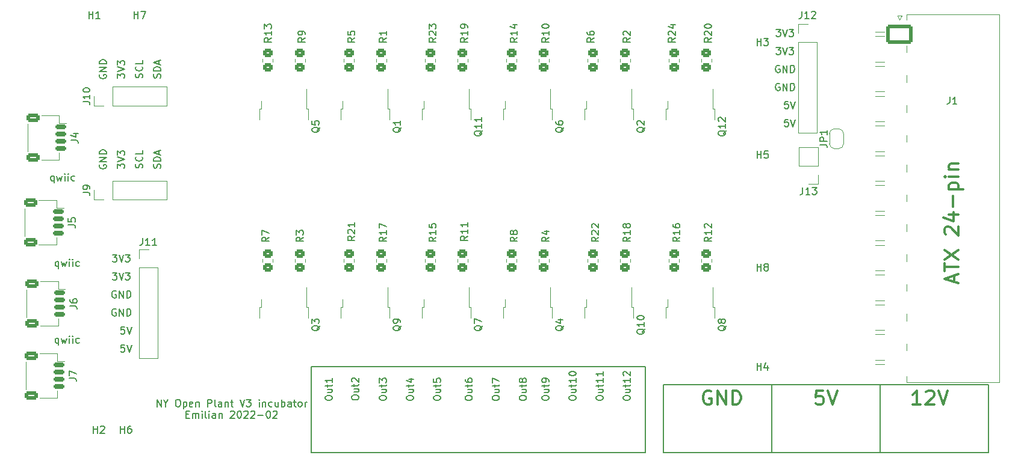
<source format=gto>
G04 #@! TF.GenerationSoftware,KiCad,Pcbnew,(6.0.1)*
G04 #@! TF.CreationDate,2022-02-20T22:53:52-05:00*
G04 #@! TF.ProjectId,op_mainboard1,6f705f6d-6169-46e6-926f-617264312e6b,rev?*
G04 #@! TF.SameCoordinates,Original*
G04 #@! TF.FileFunction,Legend,Top*
G04 #@! TF.FilePolarity,Positive*
%FSLAX46Y46*%
G04 Gerber Fmt 4.6, Leading zero omitted, Abs format (unit mm)*
G04 Created by KiCad (PCBNEW (6.0.1)) date 2022-02-20 22:53:52*
%MOMM*%
%LPD*%
G01*
G04 APERTURE LIST*
G04 Aperture macros list*
%AMRoundRect*
0 Rectangle with rounded corners*
0 $1 Rounding radius*
0 $2 $3 $4 $5 $6 $7 $8 $9 X,Y pos of 4 corners*
0 Add a 4 corners polygon primitive as box body*
4,1,4,$2,$3,$4,$5,$6,$7,$8,$9,$2,$3,0*
0 Add four circle primitives for the rounded corners*
1,1,$1+$1,$2,$3*
1,1,$1+$1,$4,$5*
1,1,$1+$1,$6,$7*
1,1,$1+$1,$8,$9*
0 Add four rect primitives between the rounded corners*
20,1,$1+$1,$2,$3,$4,$5,0*
20,1,$1+$1,$4,$5,$6,$7,0*
20,1,$1+$1,$6,$7,$8,$9,0*
20,1,$1+$1,$8,$9,$2,$3,0*%
%AMFreePoly0*
4,1,22,0.500000,-0.750000,0.000000,-0.750000,0.000000,-0.745033,-0.079941,-0.743568,-0.215256,-0.701293,-0.333266,-0.622738,-0.424486,-0.514219,-0.481581,-0.384460,-0.499164,-0.250000,-0.500000,-0.250000,-0.500000,0.250000,-0.499164,0.250000,-0.499963,0.256109,-0.478152,0.396186,-0.417904,0.524511,-0.324060,0.630769,-0.204165,0.706417,-0.067858,0.745374,0.000000,0.744959,0.000000,0.750000,
0.500000,0.750000,0.500000,-0.750000,0.500000,-0.750000,$1*%
%AMFreePoly1*
4,1,20,0.000000,0.744959,0.073905,0.744508,0.209726,0.703889,0.328688,0.626782,0.421226,0.519385,0.479903,0.390333,0.500000,0.250000,0.500000,-0.250000,0.499851,-0.262216,0.476331,-0.402017,0.414519,-0.529596,0.319384,-0.634700,0.198574,-0.708877,0.061801,-0.746166,0.000000,-0.745033,0.000000,-0.750000,-0.500000,-0.750000,-0.500000,0.750000,0.000000,0.750000,0.000000,0.744959,
0.000000,0.744959,$1*%
G04 Aperture macros list end*
%ADD10C,0.150000*%
%ADD11C,0.300000*%
%ADD12C,0.120000*%
%ADD13R,1.700000X1.700000*%
%ADD14O,1.700000X1.700000*%
%ADD15R,1.200000X2.200000*%
%ADD16R,5.800000X6.400000*%
%ADD17RoundRect,0.150000X-0.625000X0.150000X-0.625000X-0.150000X0.625000X-0.150000X0.625000X0.150000X0*%
%ADD18RoundRect,0.250000X-0.650000X0.350000X-0.650000X-0.350000X0.650000X-0.350000X0.650000X0.350000X0*%
%ADD19RoundRect,0.250000X0.450000X-0.350000X0.450000X0.350000X-0.450000X0.350000X-0.450000X-0.350000X0*%
%ADD20RoundRect,0.250000X-0.450000X0.350000X-0.450000X-0.350000X0.450000X-0.350000X0.450000X0.350000X0*%
%ADD21C,4.700000*%
%ADD22FreePoly0,90.000000*%
%ADD23FreePoly1,90.000000*%
%ADD24C,5.700000*%
%ADD25C,3.000000*%
%ADD26RoundRect,0.250001X-1.599999X1.099999X-1.599999X-1.099999X1.599999X-1.099999X1.599999X1.099999X0*%
%ADD27O,3.700000X2.700000*%
%ADD28O,2.500000X3.500000*%
G04 APERTURE END LIST*
D10*
X83820000Y-156210000D02*
X130810000Y-156210000D01*
X133350000Y-158750000D02*
X148590000Y-158750000D01*
X148590000Y-158750000D02*
X163830000Y-158750000D01*
X163830000Y-168275000D02*
X148590000Y-168275000D01*
X163830000Y-158750000D02*
X179070000Y-158750000D01*
X130810000Y-168275000D02*
X83820000Y-168275000D01*
X148590000Y-168275000D02*
X133350000Y-168275000D01*
X163830000Y-158750000D02*
X163830000Y-168275000D01*
X83820000Y-168275000D02*
X83820000Y-156210000D01*
X130810000Y-168275000D02*
X130810000Y-156210000D01*
X148590000Y-168275000D02*
X148590000Y-158750000D01*
X179070000Y-168275000D02*
X163830000Y-168275000D01*
X163830000Y-168275000D02*
X163830000Y-158750000D01*
X179070000Y-158750000D02*
X179070000Y-168275000D01*
X133350000Y-168275000D02*
X133350000Y-158750000D01*
X148590000Y-158750000D02*
X148590000Y-168275000D01*
X54110000Y-115061904D02*
X54062380Y-115157142D01*
X54062380Y-115300000D01*
X54110000Y-115442857D01*
X54205238Y-115538095D01*
X54300476Y-115585714D01*
X54490952Y-115633333D01*
X54633809Y-115633333D01*
X54824285Y-115585714D01*
X54919523Y-115538095D01*
X55014761Y-115442857D01*
X55062380Y-115300000D01*
X55062380Y-115204761D01*
X55014761Y-115061904D01*
X54967142Y-115014285D01*
X54633809Y-115014285D01*
X54633809Y-115204761D01*
X55062380Y-114585714D02*
X54062380Y-114585714D01*
X55062380Y-114014285D01*
X54062380Y-114014285D01*
X55062380Y-113538095D02*
X54062380Y-113538095D01*
X54062380Y-113300000D01*
X54110000Y-113157142D01*
X54205238Y-113061904D01*
X54300476Y-113014285D01*
X54490952Y-112966666D01*
X54633809Y-112966666D01*
X54824285Y-113014285D01*
X54919523Y-113061904D01*
X55014761Y-113157142D01*
X55062380Y-113300000D01*
X55062380Y-113538095D01*
X55911904Y-140422380D02*
X56530952Y-140422380D01*
X56197619Y-140803333D01*
X56340476Y-140803333D01*
X56435714Y-140850952D01*
X56483333Y-140898571D01*
X56530952Y-140993809D01*
X56530952Y-141231904D01*
X56483333Y-141327142D01*
X56435714Y-141374761D01*
X56340476Y-141422380D01*
X56054761Y-141422380D01*
X55959523Y-141374761D01*
X55911904Y-141327142D01*
X56816666Y-140422380D02*
X57150000Y-141422380D01*
X57483333Y-140422380D01*
X57721428Y-140422380D02*
X58340476Y-140422380D01*
X58007142Y-140803333D01*
X58150000Y-140803333D01*
X58245238Y-140850952D01*
X58292857Y-140898571D01*
X58340476Y-140993809D01*
X58340476Y-141231904D01*
X58292857Y-141327142D01*
X58245238Y-141374761D01*
X58150000Y-141422380D01*
X57864285Y-141422380D01*
X57769047Y-141374761D01*
X57721428Y-141327142D01*
X149256904Y-108672380D02*
X149875952Y-108672380D01*
X149542619Y-109053333D01*
X149685476Y-109053333D01*
X149780714Y-109100952D01*
X149828333Y-109148571D01*
X149875952Y-109243809D01*
X149875952Y-109481904D01*
X149828333Y-109577142D01*
X149780714Y-109624761D01*
X149685476Y-109672380D01*
X149399761Y-109672380D01*
X149304523Y-109624761D01*
X149256904Y-109577142D01*
X150161666Y-108672380D02*
X150495000Y-109672380D01*
X150828333Y-108672380D01*
X151066428Y-108672380D02*
X151685476Y-108672380D01*
X151352142Y-109053333D01*
X151495000Y-109053333D01*
X151590238Y-109100952D01*
X151637857Y-109148571D01*
X151685476Y-109243809D01*
X151685476Y-109481904D01*
X151637857Y-109577142D01*
X151590238Y-109624761D01*
X151495000Y-109672380D01*
X151209285Y-109672380D01*
X151114047Y-109624761D01*
X151066428Y-109577142D01*
X57594523Y-150582380D02*
X57118333Y-150582380D01*
X57070714Y-151058571D01*
X57118333Y-151010952D01*
X57213571Y-150963333D01*
X57451666Y-150963333D01*
X57546904Y-151010952D01*
X57594523Y-151058571D01*
X57642142Y-151153809D01*
X57642142Y-151391904D01*
X57594523Y-151487142D01*
X57546904Y-151534761D01*
X57451666Y-151582380D01*
X57213571Y-151582380D01*
X57118333Y-151534761D01*
X57070714Y-151487142D01*
X57927857Y-150582380D02*
X58261190Y-151582380D01*
X58594523Y-150582380D01*
X60094761Y-115490476D02*
X60142380Y-115347619D01*
X60142380Y-115109523D01*
X60094761Y-115014285D01*
X60047142Y-114966666D01*
X59951904Y-114919047D01*
X59856666Y-114919047D01*
X59761428Y-114966666D01*
X59713809Y-115014285D01*
X59666190Y-115109523D01*
X59618571Y-115300000D01*
X59570952Y-115395238D01*
X59523333Y-115442857D01*
X59428095Y-115490476D01*
X59332857Y-115490476D01*
X59237619Y-115442857D01*
X59190000Y-115395238D01*
X59142380Y-115300000D01*
X59142380Y-115061904D01*
X59190000Y-114919047D01*
X60047142Y-113919047D02*
X60094761Y-113966666D01*
X60142380Y-114109523D01*
X60142380Y-114204761D01*
X60094761Y-114347619D01*
X59999523Y-114442857D01*
X59904285Y-114490476D01*
X59713809Y-114538095D01*
X59570952Y-114538095D01*
X59380476Y-114490476D01*
X59285238Y-114442857D01*
X59190000Y-114347619D01*
X59142380Y-114204761D01*
X59142380Y-114109523D01*
X59190000Y-113966666D01*
X59237619Y-113919047D01*
X60142380Y-113014285D02*
X60142380Y-113490476D01*
X59142380Y-113490476D01*
X56602380Y-128238095D02*
X56602380Y-127619047D01*
X56983333Y-127952380D01*
X56983333Y-127809523D01*
X57030952Y-127714285D01*
X57078571Y-127666666D01*
X57173809Y-127619047D01*
X57411904Y-127619047D01*
X57507142Y-127666666D01*
X57554761Y-127714285D01*
X57602380Y-127809523D01*
X57602380Y-128095238D01*
X57554761Y-128190476D01*
X57507142Y-128238095D01*
X56602380Y-127333333D02*
X57602380Y-127000000D01*
X56602380Y-126666666D01*
X56602380Y-126428571D02*
X56602380Y-125809523D01*
X56983333Y-126142857D01*
X56983333Y-126000000D01*
X57030952Y-125904761D01*
X57078571Y-125857142D01*
X57173809Y-125809523D01*
X57411904Y-125809523D01*
X57507142Y-125857142D01*
X57554761Y-125904761D01*
X57602380Y-126000000D01*
X57602380Y-126285714D01*
X57554761Y-126380952D01*
X57507142Y-126428571D01*
X56388095Y-145550000D02*
X56292857Y-145502380D01*
X56150000Y-145502380D01*
X56007142Y-145550000D01*
X55911904Y-145645238D01*
X55864285Y-145740476D01*
X55816666Y-145930952D01*
X55816666Y-146073809D01*
X55864285Y-146264285D01*
X55911904Y-146359523D01*
X56007142Y-146454761D01*
X56150000Y-146502380D01*
X56245238Y-146502380D01*
X56388095Y-146454761D01*
X56435714Y-146407142D01*
X56435714Y-146073809D01*
X56245238Y-146073809D01*
X56864285Y-146502380D02*
X56864285Y-145502380D01*
X57435714Y-146502380D01*
X57435714Y-145502380D01*
X57911904Y-146502380D02*
X57911904Y-145502380D01*
X58150000Y-145502380D01*
X58292857Y-145550000D01*
X58388095Y-145645238D01*
X58435714Y-145740476D01*
X58483333Y-145930952D01*
X58483333Y-146073809D01*
X58435714Y-146264285D01*
X58388095Y-146359523D01*
X58292857Y-146454761D01*
X58150000Y-146502380D01*
X57911904Y-146502380D01*
X149733095Y-116340000D02*
X149637857Y-116292380D01*
X149495000Y-116292380D01*
X149352142Y-116340000D01*
X149256904Y-116435238D01*
X149209285Y-116530476D01*
X149161666Y-116720952D01*
X149161666Y-116863809D01*
X149209285Y-117054285D01*
X149256904Y-117149523D01*
X149352142Y-117244761D01*
X149495000Y-117292380D01*
X149590238Y-117292380D01*
X149733095Y-117244761D01*
X149780714Y-117197142D01*
X149780714Y-116863809D01*
X149590238Y-116863809D01*
X150209285Y-117292380D02*
X150209285Y-116292380D01*
X150780714Y-117292380D01*
X150780714Y-116292380D01*
X151256904Y-117292380D02*
X151256904Y-116292380D01*
X151495000Y-116292380D01*
X151637857Y-116340000D01*
X151733095Y-116435238D01*
X151780714Y-116530476D01*
X151828333Y-116720952D01*
X151828333Y-116863809D01*
X151780714Y-117054285D01*
X151733095Y-117149523D01*
X151637857Y-117244761D01*
X151495000Y-117292380D01*
X151256904Y-117292380D01*
D11*
X174323333Y-144270952D02*
X174323333Y-143318571D01*
X174894761Y-144461428D02*
X172894761Y-143794761D01*
X174894761Y-143128095D01*
X172894761Y-142747142D02*
X172894761Y-141604285D01*
X174894761Y-142175714D02*
X172894761Y-142175714D01*
X172894761Y-141128095D02*
X174894761Y-139794761D01*
X172894761Y-139794761D02*
X174894761Y-141128095D01*
X173085238Y-137604285D02*
X172990000Y-137509047D01*
X172894761Y-137318571D01*
X172894761Y-136842380D01*
X172990000Y-136651904D01*
X173085238Y-136556666D01*
X173275714Y-136461428D01*
X173466190Y-136461428D01*
X173751904Y-136556666D01*
X174894761Y-137699523D01*
X174894761Y-136461428D01*
X173561428Y-134747142D02*
X174894761Y-134747142D01*
X172799523Y-135223333D02*
X174228095Y-135699523D01*
X174228095Y-134461428D01*
X174132857Y-133699523D02*
X174132857Y-132175714D01*
X173561428Y-131223333D02*
X175561428Y-131223333D01*
X173656666Y-131223333D02*
X173561428Y-131032857D01*
X173561428Y-130651904D01*
X173656666Y-130461428D01*
X173751904Y-130366190D01*
X173942380Y-130270952D01*
X174513809Y-130270952D01*
X174704285Y-130366190D01*
X174799523Y-130461428D01*
X174894761Y-130651904D01*
X174894761Y-131032857D01*
X174799523Y-131223333D01*
X174894761Y-129413809D02*
X173561428Y-129413809D01*
X172894761Y-129413809D02*
X172990000Y-129509047D01*
X173085238Y-129413809D01*
X172990000Y-129318571D01*
X172894761Y-129413809D01*
X173085238Y-129413809D01*
X173561428Y-128461428D02*
X174894761Y-128461428D01*
X173751904Y-128461428D02*
X173656666Y-128366190D01*
X173561428Y-128175714D01*
X173561428Y-127890000D01*
X173656666Y-127699523D01*
X173847142Y-127604285D01*
X174894761Y-127604285D01*
D10*
X120102380Y-160694524D02*
X120102380Y-160504048D01*
X120150000Y-160408810D01*
X120245238Y-160313571D01*
X120435714Y-160265952D01*
X120769047Y-160265952D01*
X120959523Y-160313571D01*
X121054761Y-160408810D01*
X121102380Y-160504048D01*
X121102380Y-160694524D01*
X121054761Y-160789762D01*
X120959523Y-160885000D01*
X120769047Y-160932619D01*
X120435714Y-160932619D01*
X120245238Y-160885000D01*
X120150000Y-160789762D01*
X120102380Y-160694524D01*
X120435714Y-159408810D02*
X121102380Y-159408810D01*
X120435714Y-159837381D02*
X120959523Y-159837381D01*
X121054761Y-159789762D01*
X121102380Y-159694524D01*
X121102380Y-159551667D01*
X121054761Y-159456429D01*
X121007142Y-159408810D01*
X120435714Y-159075476D02*
X120435714Y-158694524D01*
X120102380Y-158932619D02*
X120959523Y-158932619D01*
X121054761Y-158885000D01*
X121102380Y-158789762D01*
X121102380Y-158694524D01*
X121102380Y-157837381D02*
X121102380Y-158408810D01*
X121102380Y-158123095D02*
X120102380Y-158123095D01*
X120245238Y-158218333D01*
X120340476Y-158313571D01*
X120388095Y-158408810D01*
X120102380Y-157218333D02*
X120102380Y-157123095D01*
X120150000Y-157027857D01*
X120197619Y-156980238D01*
X120292857Y-156932619D01*
X120483333Y-156885000D01*
X120721428Y-156885000D01*
X120911904Y-156932619D01*
X121007142Y-156980238D01*
X121054761Y-157027857D01*
X121102380Y-157123095D01*
X121102380Y-157218333D01*
X121054761Y-157313571D01*
X121007142Y-157361190D01*
X120911904Y-157408810D01*
X120721428Y-157456429D01*
X120483333Y-157456429D01*
X120292857Y-157408810D01*
X120197619Y-157361190D01*
X120150000Y-157313571D01*
X120102380Y-157218333D01*
X109307380Y-160694523D02*
X109307380Y-160504047D01*
X109355000Y-160408809D01*
X109450238Y-160313571D01*
X109640714Y-160265952D01*
X109974047Y-160265952D01*
X110164523Y-160313571D01*
X110259761Y-160408809D01*
X110307380Y-160504047D01*
X110307380Y-160694523D01*
X110259761Y-160789761D01*
X110164523Y-160885000D01*
X109974047Y-160932619D01*
X109640714Y-160932619D01*
X109450238Y-160885000D01*
X109355000Y-160789761D01*
X109307380Y-160694523D01*
X109640714Y-159408809D02*
X110307380Y-159408809D01*
X109640714Y-159837380D02*
X110164523Y-159837380D01*
X110259761Y-159789761D01*
X110307380Y-159694523D01*
X110307380Y-159551666D01*
X110259761Y-159456428D01*
X110212142Y-159408809D01*
X109640714Y-159075476D02*
X109640714Y-158694523D01*
X109307380Y-158932619D02*
X110164523Y-158932619D01*
X110259761Y-158885000D01*
X110307380Y-158789761D01*
X110307380Y-158694523D01*
X109307380Y-158456428D02*
X109307380Y-157789761D01*
X110307380Y-158218333D01*
X60094761Y-128190476D02*
X60142380Y-128047619D01*
X60142380Y-127809523D01*
X60094761Y-127714285D01*
X60047142Y-127666666D01*
X59951904Y-127619047D01*
X59856666Y-127619047D01*
X59761428Y-127666666D01*
X59713809Y-127714285D01*
X59666190Y-127809523D01*
X59618571Y-128000000D01*
X59570952Y-128095238D01*
X59523333Y-128142857D01*
X59428095Y-128190476D01*
X59332857Y-128190476D01*
X59237619Y-128142857D01*
X59190000Y-128095238D01*
X59142380Y-128000000D01*
X59142380Y-127761904D01*
X59190000Y-127619047D01*
X60047142Y-126619047D02*
X60094761Y-126666666D01*
X60142380Y-126809523D01*
X60142380Y-126904761D01*
X60094761Y-127047619D01*
X59999523Y-127142857D01*
X59904285Y-127190476D01*
X59713809Y-127238095D01*
X59570952Y-127238095D01*
X59380476Y-127190476D01*
X59285238Y-127142857D01*
X59190000Y-127047619D01*
X59142380Y-126904761D01*
X59142380Y-126809523D01*
X59190000Y-126666666D01*
X59237619Y-126619047D01*
X60142380Y-125714285D02*
X60142380Y-126190476D01*
X59142380Y-126190476D01*
X62634761Y-115514285D02*
X62682380Y-115371428D01*
X62682380Y-115133333D01*
X62634761Y-115038095D01*
X62587142Y-114990476D01*
X62491904Y-114942857D01*
X62396666Y-114942857D01*
X62301428Y-114990476D01*
X62253809Y-115038095D01*
X62206190Y-115133333D01*
X62158571Y-115323809D01*
X62110952Y-115419047D01*
X62063333Y-115466666D01*
X61968095Y-115514285D01*
X61872857Y-115514285D01*
X61777619Y-115466666D01*
X61730000Y-115419047D01*
X61682380Y-115323809D01*
X61682380Y-115085714D01*
X61730000Y-114942857D01*
X62682380Y-114514285D02*
X61682380Y-114514285D01*
X61682380Y-114276190D01*
X61730000Y-114133333D01*
X61825238Y-114038095D01*
X61920476Y-113990476D01*
X62110952Y-113942857D01*
X62253809Y-113942857D01*
X62444285Y-113990476D01*
X62539523Y-114038095D01*
X62634761Y-114133333D01*
X62682380Y-114276190D01*
X62682380Y-114514285D01*
X62396666Y-113561904D02*
X62396666Y-113085714D01*
X62682380Y-113657142D02*
X61682380Y-113323809D01*
X62682380Y-112990476D01*
X127722380Y-160694524D02*
X127722380Y-160504048D01*
X127770000Y-160408810D01*
X127865238Y-160313571D01*
X128055714Y-160265952D01*
X128389047Y-160265952D01*
X128579523Y-160313571D01*
X128674761Y-160408810D01*
X128722380Y-160504048D01*
X128722380Y-160694524D01*
X128674761Y-160789762D01*
X128579523Y-160885000D01*
X128389047Y-160932619D01*
X128055714Y-160932619D01*
X127865238Y-160885000D01*
X127770000Y-160789762D01*
X127722380Y-160694524D01*
X128055714Y-159408810D02*
X128722380Y-159408810D01*
X128055714Y-159837381D02*
X128579523Y-159837381D01*
X128674761Y-159789762D01*
X128722380Y-159694524D01*
X128722380Y-159551667D01*
X128674761Y-159456429D01*
X128627142Y-159408810D01*
X128055714Y-159075476D02*
X128055714Y-158694524D01*
X127722380Y-158932619D02*
X128579523Y-158932619D01*
X128674761Y-158885000D01*
X128722380Y-158789762D01*
X128722380Y-158694524D01*
X128722380Y-157837381D02*
X128722380Y-158408810D01*
X128722380Y-158123095D02*
X127722380Y-158123095D01*
X127865238Y-158218333D01*
X127960476Y-158313571D01*
X128008095Y-158408810D01*
X127817619Y-157456429D02*
X127770000Y-157408810D01*
X127722380Y-157313571D01*
X127722380Y-157075476D01*
X127770000Y-156980238D01*
X127817619Y-156932619D01*
X127912857Y-156885000D01*
X128008095Y-156885000D01*
X128150952Y-156932619D01*
X128722380Y-157504048D01*
X128722380Y-156885000D01*
X57594523Y-153122380D02*
X57118333Y-153122380D01*
X57070714Y-153598571D01*
X57118333Y-153550952D01*
X57213571Y-153503333D01*
X57451666Y-153503333D01*
X57546904Y-153550952D01*
X57594523Y-153598571D01*
X57642142Y-153693809D01*
X57642142Y-153931904D01*
X57594523Y-154027142D01*
X57546904Y-154074761D01*
X57451666Y-154122380D01*
X57213571Y-154122380D01*
X57118333Y-154074761D01*
X57070714Y-154027142D01*
X57927857Y-153122380D02*
X58261190Y-154122380D01*
X58594523Y-153122380D01*
X55911904Y-142962380D02*
X56530952Y-142962380D01*
X56197619Y-143343333D01*
X56340476Y-143343333D01*
X56435714Y-143390952D01*
X56483333Y-143438571D01*
X56530952Y-143533809D01*
X56530952Y-143771904D01*
X56483333Y-143867142D01*
X56435714Y-143914761D01*
X56340476Y-143962380D01*
X56054761Y-143962380D01*
X55959523Y-143914761D01*
X55911904Y-143867142D01*
X56816666Y-142962380D02*
X57150000Y-143962380D01*
X57483333Y-142962380D01*
X57721428Y-142962380D02*
X58340476Y-142962380D01*
X58007142Y-143343333D01*
X58150000Y-143343333D01*
X58245238Y-143390952D01*
X58292857Y-143438571D01*
X58340476Y-143533809D01*
X58340476Y-143771904D01*
X58292857Y-143867142D01*
X58245238Y-143914761D01*
X58150000Y-143962380D01*
X57864285Y-143962380D01*
X57769047Y-143914761D01*
X57721428Y-143867142D01*
X116292380Y-160694523D02*
X116292380Y-160504047D01*
X116340000Y-160408809D01*
X116435238Y-160313571D01*
X116625714Y-160265952D01*
X116959047Y-160265952D01*
X117149523Y-160313571D01*
X117244761Y-160408809D01*
X117292380Y-160504047D01*
X117292380Y-160694523D01*
X117244761Y-160789761D01*
X117149523Y-160885000D01*
X116959047Y-160932619D01*
X116625714Y-160932619D01*
X116435238Y-160885000D01*
X116340000Y-160789761D01*
X116292380Y-160694523D01*
X116625714Y-159408809D02*
X117292380Y-159408809D01*
X116625714Y-159837380D02*
X117149523Y-159837380D01*
X117244761Y-159789761D01*
X117292380Y-159694523D01*
X117292380Y-159551666D01*
X117244761Y-159456428D01*
X117197142Y-159408809D01*
X116625714Y-159075476D02*
X116625714Y-158694523D01*
X116292380Y-158932619D02*
X117149523Y-158932619D01*
X117244761Y-158885000D01*
X117292380Y-158789761D01*
X117292380Y-158694523D01*
X117292380Y-158313571D02*
X117292380Y-158123095D01*
X117244761Y-158027857D01*
X117197142Y-157980238D01*
X117054285Y-157885000D01*
X116863809Y-157837380D01*
X116482857Y-157837380D01*
X116387619Y-157885000D01*
X116340000Y-157932619D01*
X116292380Y-158027857D01*
X116292380Y-158218333D01*
X116340000Y-158313571D01*
X116387619Y-158361190D01*
X116482857Y-158408809D01*
X116720952Y-158408809D01*
X116816190Y-158361190D01*
X116863809Y-158313571D01*
X116911428Y-158218333D01*
X116911428Y-158027857D01*
X116863809Y-157932619D01*
X116816190Y-157885000D01*
X116720952Y-157837380D01*
X101052380Y-160694523D02*
X101052380Y-160504047D01*
X101100000Y-160408809D01*
X101195238Y-160313571D01*
X101385714Y-160265952D01*
X101719047Y-160265952D01*
X101909523Y-160313571D01*
X102004761Y-160408809D01*
X102052380Y-160504047D01*
X102052380Y-160694523D01*
X102004761Y-160789761D01*
X101909523Y-160885000D01*
X101719047Y-160932619D01*
X101385714Y-160932619D01*
X101195238Y-160885000D01*
X101100000Y-160789761D01*
X101052380Y-160694523D01*
X101385714Y-159408809D02*
X102052380Y-159408809D01*
X101385714Y-159837380D02*
X101909523Y-159837380D01*
X102004761Y-159789761D01*
X102052380Y-159694523D01*
X102052380Y-159551666D01*
X102004761Y-159456428D01*
X101957142Y-159408809D01*
X101385714Y-159075476D02*
X101385714Y-158694523D01*
X101052380Y-158932619D02*
X101909523Y-158932619D01*
X102004761Y-158885000D01*
X102052380Y-158789761D01*
X102052380Y-158694523D01*
X101052380Y-157885000D02*
X101052380Y-158361190D01*
X101528571Y-158408809D01*
X101480952Y-158361190D01*
X101433333Y-158265952D01*
X101433333Y-158027857D01*
X101480952Y-157932619D01*
X101528571Y-157885000D01*
X101623809Y-157837380D01*
X101861904Y-157837380D01*
X101957142Y-157885000D01*
X102004761Y-157932619D01*
X102052380Y-158027857D01*
X102052380Y-158265952D01*
X102004761Y-158361190D01*
X101957142Y-158408809D01*
X149256904Y-111212380D02*
X149875952Y-111212380D01*
X149542619Y-111593333D01*
X149685476Y-111593333D01*
X149780714Y-111640952D01*
X149828333Y-111688571D01*
X149875952Y-111783809D01*
X149875952Y-112021904D01*
X149828333Y-112117142D01*
X149780714Y-112164761D01*
X149685476Y-112212380D01*
X149399761Y-112212380D01*
X149304523Y-112164761D01*
X149256904Y-112117142D01*
X150161666Y-111212380D02*
X150495000Y-112212380D01*
X150828333Y-111212380D01*
X151066428Y-111212380D02*
X151685476Y-111212380D01*
X151352142Y-111593333D01*
X151495000Y-111593333D01*
X151590238Y-111640952D01*
X151637857Y-111688571D01*
X151685476Y-111783809D01*
X151685476Y-112021904D01*
X151637857Y-112117142D01*
X151590238Y-112164761D01*
X151495000Y-112212380D01*
X151209285Y-112212380D01*
X151114047Y-112164761D01*
X151066428Y-112117142D01*
X150939523Y-121372380D02*
X150463333Y-121372380D01*
X150415714Y-121848571D01*
X150463333Y-121800952D01*
X150558571Y-121753333D01*
X150796666Y-121753333D01*
X150891904Y-121800952D01*
X150939523Y-121848571D01*
X150987142Y-121943809D01*
X150987142Y-122181904D01*
X150939523Y-122277142D01*
X150891904Y-122324761D01*
X150796666Y-122372380D01*
X150558571Y-122372380D01*
X150463333Y-122324761D01*
X150415714Y-122277142D01*
X151272857Y-121372380D02*
X151606190Y-122372380D01*
X151939523Y-121372380D01*
X105497380Y-160694523D02*
X105497380Y-160504047D01*
X105545000Y-160408809D01*
X105640238Y-160313571D01*
X105830714Y-160265952D01*
X106164047Y-160265952D01*
X106354523Y-160313571D01*
X106449761Y-160408809D01*
X106497380Y-160504047D01*
X106497380Y-160694523D01*
X106449761Y-160789761D01*
X106354523Y-160885000D01*
X106164047Y-160932619D01*
X105830714Y-160932619D01*
X105640238Y-160885000D01*
X105545000Y-160789761D01*
X105497380Y-160694523D01*
X105830714Y-159408809D02*
X106497380Y-159408809D01*
X105830714Y-159837380D02*
X106354523Y-159837380D01*
X106449761Y-159789761D01*
X106497380Y-159694523D01*
X106497380Y-159551666D01*
X106449761Y-159456428D01*
X106402142Y-159408809D01*
X105830714Y-159075476D02*
X105830714Y-158694523D01*
X105497380Y-158932619D02*
X106354523Y-158932619D01*
X106449761Y-158885000D01*
X106497380Y-158789761D01*
X106497380Y-158694523D01*
X105497380Y-157932619D02*
X105497380Y-158123095D01*
X105545000Y-158218333D01*
X105592619Y-158265952D01*
X105735476Y-158361190D01*
X105925952Y-158408809D01*
X106306904Y-158408809D01*
X106402142Y-158361190D01*
X106449761Y-158313571D01*
X106497380Y-158218333D01*
X106497380Y-158027857D01*
X106449761Y-157932619D01*
X106402142Y-157885000D01*
X106306904Y-157837380D01*
X106068809Y-157837380D01*
X105973571Y-157885000D01*
X105925952Y-157932619D01*
X105878333Y-158027857D01*
X105878333Y-158218333D01*
X105925952Y-158313571D01*
X105973571Y-158361190D01*
X106068809Y-158408809D01*
X149733095Y-113800000D02*
X149637857Y-113752380D01*
X149495000Y-113752380D01*
X149352142Y-113800000D01*
X149256904Y-113895238D01*
X149209285Y-113990476D01*
X149161666Y-114180952D01*
X149161666Y-114323809D01*
X149209285Y-114514285D01*
X149256904Y-114609523D01*
X149352142Y-114704761D01*
X149495000Y-114752380D01*
X149590238Y-114752380D01*
X149733095Y-114704761D01*
X149780714Y-114657142D01*
X149780714Y-114323809D01*
X149590238Y-114323809D01*
X150209285Y-114752380D02*
X150209285Y-113752380D01*
X150780714Y-114752380D01*
X150780714Y-113752380D01*
X151256904Y-114752380D02*
X151256904Y-113752380D01*
X151495000Y-113752380D01*
X151637857Y-113800000D01*
X151733095Y-113895238D01*
X151780714Y-113990476D01*
X151828333Y-114180952D01*
X151828333Y-114323809D01*
X151780714Y-114514285D01*
X151733095Y-114609523D01*
X151637857Y-114704761D01*
X151495000Y-114752380D01*
X151256904Y-114752380D01*
D11*
X155829047Y-159559761D02*
X154876666Y-159559761D01*
X154781428Y-160512142D01*
X154876666Y-160416904D01*
X155067142Y-160321666D01*
X155543333Y-160321666D01*
X155733809Y-160416904D01*
X155829047Y-160512142D01*
X155924285Y-160702619D01*
X155924285Y-161178809D01*
X155829047Y-161369285D01*
X155733809Y-161464523D01*
X155543333Y-161559761D01*
X155067142Y-161559761D01*
X154876666Y-161464523D01*
X154781428Y-161369285D01*
X156495714Y-159559761D02*
X157162380Y-161559761D01*
X157829047Y-159559761D01*
D10*
X47680714Y-129325714D02*
X47680714Y-130325714D01*
X47680714Y-129944761D02*
X47585476Y-129992380D01*
X47395000Y-129992380D01*
X47299761Y-129944761D01*
X47252142Y-129897142D01*
X47204523Y-129801904D01*
X47204523Y-129516190D01*
X47252142Y-129420952D01*
X47299761Y-129373333D01*
X47395000Y-129325714D01*
X47585476Y-129325714D01*
X47680714Y-129373333D01*
X48061666Y-129325714D02*
X48252142Y-129992380D01*
X48442619Y-129516190D01*
X48633095Y-129992380D01*
X48823571Y-129325714D01*
X49204523Y-129992380D02*
X49204523Y-129325714D01*
X49204523Y-128992380D02*
X49156904Y-129040000D01*
X49204523Y-129087619D01*
X49252142Y-129040000D01*
X49204523Y-128992380D01*
X49204523Y-129087619D01*
X49680714Y-129992380D02*
X49680714Y-129325714D01*
X49680714Y-128992380D02*
X49633095Y-129040000D01*
X49680714Y-129087619D01*
X49728333Y-129040000D01*
X49680714Y-128992380D01*
X49680714Y-129087619D01*
X50585476Y-129944761D02*
X50490238Y-129992380D01*
X50299761Y-129992380D01*
X50204523Y-129944761D01*
X50156904Y-129897142D01*
X50109285Y-129801904D01*
X50109285Y-129516190D01*
X50156904Y-129420952D01*
X50204523Y-129373333D01*
X50299761Y-129325714D01*
X50490238Y-129325714D01*
X50585476Y-129373333D01*
X56602380Y-115538095D02*
X56602380Y-114919047D01*
X56983333Y-115252380D01*
X56983333Y-115109523D01*
X57030952Y-115014285D01*
X57078571Y-114966666D01*
X57173809Y-114919047D01*
X57411904Y-114919047D01*
X57507142Y-114966666D01*
X57554761Y-115014285D01*
X57602380Y-115109523D01*
X57602380Y-115395238D01*
X57554761Y-115490476D01*
X57507142Y-115538095D01*
X56602380Y-114633333D02*
X57602380Y-114300000D01*
X56602380Y-113966666D01*
X56602380Y-113728571D02*
X56602380Y-113109523D01*
X56983333Y-113442857D01*
X56983333Y-113300000D01*
X57030952Y-113204761D01*
X57078571Y-113157142D01*
X57173809Y-113109523D01*
X57411904Y-113109523D01*
X57507142Y-113157142D01*
X57554761Y-113204761D01*
X57602380Y-113300000D01*
X57602380Y-113585714D01*
X57554761Y-113680952D01*
X57507142Y-113728571D01*
X62167809Y-161826380D02*
X62167809Y-160826380D01*
X62739238Y-161826380D01*
X62739238Y-160826380D01*
X63405904Y-161350190D02*
X63405904Y-161826380D01*
X63072571Y-160826380D02*
X63405904Y-161350190D01*
X63739238Y-160826380D01*
X65024952Y-160826380D02*
X65215428Y-160826380D01*
X65310666Y-160874000D01*
X65405904Y-160969238D01*
X65453523Y-161159714D01*
X65453523Y-161493047D01*
X65405904Y-161683523D01*
X65310666Y-161778761D01*
X65215428Y-161826380D01*
X65024952Y-161826380D01*
X64929714Y-161778761D01*
X64834476Y-161683523D01*
X64786857Y-161493047D01*
X64786857Y-161159714D01*
X64834476Y-160969238D01*
X64929714Y-160874000D01*
X65024952Y-160826380D01*
X65882095Y-161159714D02*
X65882095Y-162159714D01*
X65882095Y-161207333D02*
X65977333Y-161159714D01*
X66167809Y-161159714D01*
X66263047Y-161207333D01*
X66310666Y-161254952D01*
X66358285Y-161350190D01*
X66358285Y-161635904D01*
X66310666Y-161731142D01*
X66263047Y-161778761D01*
X66167809Y-161826380D01*
X65977333Y-161826380D01*
X65882095Y-161778761D01*
X67167809Y-161778761D02*
X67072571Y-161826380D01*
X66882095Y-161826380D01*
X66786857Y-161778761D01*
X66739238Y-161683523D01*
X66739238Y-161302571D01*
X66786857Y-161207333D01*
X66882095Y-161159714D01*
X67072571Y-161159714D01*
X67167809Y-161207333D01*
X67215428Y-161302571D01*
X67215428Y-161397809D01*
X66739238Y-161493047D01*
X67644000Y-161159714D02*
X67644000Y-161826380D01*
X67644000Y-161254952D02*
X67691619Y-161207333D01*
X67786857Y-161159714D01*
X67929714Y-161159714D01*
X68024952Y-161207333D01*
X68072571Y-161302571D01*
X68072571Y-161826380D01*
X69310666Y-161826380D02*
X69310666Y-160826380D01*
X69691619Y-160826380D01*
X69786857Y-160874000D01*
X69834476Y-160921619D01*
X69882095Y-161016857D01*
X69882095Y-161159714D01*
X69834476Y-161254952D01*
X69786857Y-161302571D01*
X69691619Y-161350190D01*
X69310666Y-161350190D01*
X70453523Y-161826380D02*
X70358285Y-161778761D01*
X70310666Y-161683523D01*
X70310666Y-160826380D01*
X71263047Y-161826380D02*
X71263047Y-161302571D01*
X71215428Y-161207333D01*
X71120190Y-161159714D01*
X70929714Y-161159714D01*
X70834476Y-161207333D01*
X71263047Y-161778761D02*
X71167809Y-161826380D01*
X70929714Y-161826380D01*
X70834476Y-161778761D01*
X70786857Y-161683523D01*
X70786857Y-161588285D01*
X70834476Y-161493047D01*
X70929714Y-161445428D01*
X71167809Y-161445428D01*
X71263047Y-161397809D01*
X71739238Y-161159714D02*
X71739238Y-161826380D01*
X71739238Y-161254952D02*
X71786857Y-161207333D01*
X71882095Y-161159714D01*
X72024952Y-161159714D01*
X72120190Y-161207333D01*
X72167809Y-161302571D01*
X72167809Y-161826380D01*
X72501142Y-161159714D02*
X72882095Y-161159714D01*
X72644000Y-160826380D02*
X72644000Y-161683523D01*
X72691619Y-161778761D01*
X72786857Y-161826380D01*
X72882095Y-161826380D01*
X73834476Y-160826380D02*
X74167809Y-161826380D01*
X74501142Y-160826380D01*
X74739238Y-160826380D02*
X75358285Y-160826380D01*
X75024952Y-161207333D01*
X75167809Y-161207333D01*
X75263047Y-161254952D01*
X75310666Y-161302571D01*
X75358285Y-161397809D01*
X75358285Y-161635904D01*
X75310666Y-161731142D01*
X75263047Y-161778761D01*
X75167809Y-161826380D01*
X74882095Y-161826380D01*
X74786857Y-161778761D01*
X74739238Y-161731142D01*
X76548761Y-161826380D02*
X76548761Y-161159714D01*
X76548761Y-160826380D02*
X76501142Y-160874000D01*
X76548761Y-160921619D01*
X76596380Y-160874000D01*
X76548761Y-160826380D01*
X76548761Y-160921619D01*
X77024952Y-161159714D02*
X77024952Y-161826380D01*
X77024952Y-161254952D02*
X77072571Y-161207333D01*
X77167809Y-161159714D01*
X77310666Y-161159714D01*
X77405904Y-161207333D01*
X77453523Y-161302571D01*
X77453523Y-161826380D01*
X78358285Y-161778761D02*
X78263047Y-161826380D01*
X78072571Y-161826380D01*
X77977333Y-161778761D01*
X77929714Y-161731142D01*
X77882095Y-161635904D01*
X77882095Y-161350190D01*
X77929714Y-161254952D01*
X77977333Y-161207333D01*
X78072571Y-161159714D01*
X78263047Y-161159714D01*
X78358285Y-161207333D01*
X79215428Y-161159714D02*
X79215428Y-161826380D01*
X78786857Y-161159714D02*
X78786857Y-161683523D01*
X78834476Y-161778761D01*
X78929714Y-161826380D01*
X79072571Y-161826380D01*
X79167809Y-161778761D01*
X79215428Y-161731142D01*
X79691619Y-161826380D02*
X79691619Y-160826380D01*
X79691619Y-161207333D02*
X79786857Y-161159714D01*
X79977333Y-161159714D01*
X80072571Y-161207333D01*
X80120190Y-161254952D01*
X80167809Y-161350190D01*
X80167809Y-161635904D01*
X80120190Y-161731142D01*
X80072571Y-161778761D01*
X79977333Y-161826380D01*
X79786857Y-161826380D01*
X79691619Y-161778761D01*
X81024952Y-161826380D02*
X81024952Y-161302571D01*
X80977333Y-161207333D01*
X80882095Y-161159714D01*
X80691619Y-161159714D01*
X80596380Y-161207333D01*
X81024952Y-161778761D02*
X80929714Y-161826380D01*
X80691619Y-161826380D01*
X80596380Y-161778761D01*
X80548761Y-161683523D01*
X80548761Y-161588285D01*
X80596380Y-161493047D01*
X80691619Y-161445428D01*
X80929714Y-161445428D01*
X81024952Y-161397809D01*
X81358285Y-161159714D02*
X81739238Y-161159714D01*
X81501142Y-160826380D02*
X81501142Y-161683523D01*
X81548761Y-161778761D01*
X81643999Y-161826380D01*
X81739238Y-161826380D01*
X82215428Y-161826380D02*
X82120190Y-161778761D01*
X82072571Y-161731142D01*
X82024952Y-161635904D01*
X82024952Y-161350190D01*
X82072571Y-161254952D01*
X82120190Y-161207333D01*
X82215428Y-161159714D01*
X82358285Y-161159714D01*
X82453523Y-161207333D01*
X82501142Y-161254952D01*
X82548761Y-161350190D01*
X82548761Y-161635904D01*
X82501142Y-161731142D01*
X82453523Y-161778761D01*
X82358285Y-161826380D01*
X82215428Y-161826380D01*
X82977333Y-161826380D02*
X82977333Y-161159714D01*
X82977333Y-161350190D02*
X83024952Y-161254952D01*
X83072571Y-161207333D01*
X83167809Y-161159714D01*
X83263047Y-161159714D01*
X66263047Y-162912571D02*
X66596380Y-162912571D01*
X66739238Y-163436380D02*
X66263047Y-163436380D01*
X66263047Y-162436380D01*
X66739238Y-162436380D01*
X67167809Y-163436380D02*
X67167809Y-162769714D01*
X67167809Y-162864952D02*
X67215428Y-162817333D01*
X67310666Y-162769714D01*
X67453523Y-162769714D01*
X67548761Y-162817333D01*
X67596380Y-162912571D01*
X67596380Y-163436380D01*
X67596380Y-162912571D02*
X67644000Y-162817333D01*
X67739238Y-162769714D01*
X67882095Y-162769714D01*
X67977333Y-162817333D01*
X68024952Y-162912571D01*
X68024952Y-163436380D01*
X68501142Y-163436380D02*
X68501142Y-162769714D01*
X68501142Y-162436380D02*
X68453523Y-162484000D01*
X68501142Y-162531619D01*
X68548761Y-162484000D01*
X68501142Y-162436380D01*
X68501142Y-162531619D01*
X69120190Y-163436380D02*
X69024952Y-163388761D01*
X68977333Y-163293523D01*
X68977333Y-162436380D01*
X69501142Y-163436380D02*
X69501142Y-162769714D01*
X69501142Y-162436380D02*
X69453523Y-162484000D01*
X69501142Y-162531619D01*
X69548761Y-162484000D01*
X69501142Y-162436380D01*
X69501142Y-162531619D01*
X70405904Y-163436380D02*
X70405904Y-162912571D01*
X70358285Y-162817333D01*
X70263047Y-162769714D01*
X70072571Y-162769714D01*
X69977333Y-162817333D01*
X70405904Y-163388761D02*
X70310666Y-163436380D01*
X70072571Y-163436380D01*
X69977333Y-163388761D01*
X69929714Y-163293523D01*
X69929714Y-163198285D01*
X69977333Y-163103047D01*
X70072571Y-163055428D01*
X70310666Y-163055428D01*
X70405904Y-163007809D01*
X70882095Y-162769714D02*
X70882095Y-163436380D01*
X70882095Y-162864952D02*
X70929714Y-162817333D01*
X71024952Y-162769714D01*
X71167809Y-162769714D01*
X71263047Y-162817333D01*
X71310666Y-162912571D01*
X71310666Y-163436380D01*
X72501142Y-162531619D02*
X72548761Y-162484000D01*
X72644000Y-162436380D01*
X72882095Y-162436380D01*
X72977333Y-162484000D01*
X73024952Y-162531619D01*
X73072571Y-162626857D01*
X73072571Y-162722095D01*
X73024952Y-162864952D01*
X72453523Y-163436380D01*
X73072571Y-163436380D01*
X73691619Y-162436380D02*
X73786857Y-162436380D01*
X73882095Y-162484000D01*
X73929714Y-162531619D01*
X73977333Y-162626857D01*
X74024952Y-162817333D01*
X74024952Y-163055428D01*
X73977333Y-163245904D01*
X73929714Y-163341142D01*
X73882095Y-163388761D01*
X73786857Y-163436380D01*
X73691619Y-163436380D01*
X73596380Y-163388761D01*
X73548761Y-163341142D01*
X73501142Y-163245904D01*
X73453523Y-163055428D01*
X73453523Y-162817333D01*
X73501142Y-162626857D01*
X73548761Y-162531619D01*
X73596380Y-162484000D01*
X73691619Y-162436380D01*
X74405904Y-162531619D02*
X74453523Y-162484000D01*
X74548761Y-162436380D01*
X74786857Y-162436380D01*
X74882095Y-162484000D01*
X74929714Y-162531619D01*
X74977333Y-162626857D01*
X74977333Y-162722095D01*
X74929714Y-162864952D01*
X74358285Y-163436380D01*
X74977333Y-163436380D01*
X75358285Y-162531619D02*
X75405904Y-162484000D01*
X75501142Y-162436380D01*
X75739238Y-162436380D01*
X75834476Y-162484000D01*
X75882095Y-162531619D01*
X75929714Y-162626857D01*
X75929714Y-162722095D01*
X75882095Y-162864952D01*
X75310666Y-163436380D01*
X75929714Y-163436380D01*
X76358285Y-163055428D02*
X77120190Y-163055428D01*
X77786857Y-162436380D02*
X77882095Y-162436380D01*
X77977333Y-162484000D01*
X78024952Y-162531619D01*
X78072571Y-162626857D01*
X78120190Y-162817333D01*
X78120190Y-163055428D01*
X78072571Y-163245904D01*
X78024952Y-163341142D01*
X77977333Y-163388761D01*
X77882095Y-163436380D01*
X77786857Y-163436380D01*
X77691619Y-163388761D01*
X77644000Y-163341142D01*
X77596380Y-163245904D01*
X77548761Y-163055428D01*
X77548761Y-162817333D01*
X77596380Y-162626857D01*
X77644000Y-162531619D01*
X77691619Y-162484000D01*
X77786857Y-162436380D01*
X78501142Y-162531619D02*
X78548761Y-162484000D01*
X78644000Y-162436380D01*
X78882095Y-162436380D01*
X78977333Y-162484000D01*
X79024952Y-162531619D01*
X79072571Y-162626857D01*
X79072571Y-162722095D01*
X79024952Y-162864952D01*
X78453523Y-163436380D01*
X79072571Y-163436380D01*
D11*
X169576904Y-161559761D02*
X168434047Y-161559761D01*
X169005476Y-161559761D02*
X169005476Y-159559761D01*
X168815000Y-159845476D01*
X168624523Y-160035952D01*
X168434047Y-160131190D01*
X170338809Y-159750238D02*
X170434047Y-159655000D01*
X170624523Y-159559761D01*
X171100714Y-159559761D01*
X171291190Y-159655000D01*
X171386428Y-159750238D01*
X171481666Y-159940714D01*
X171481666Y-160131190D01*
X171386428Y-160416904D01*
X170243571Y-161559761D01*
X171481666Y-161559761D01*
X172053095Y-159559761D02*
X172719761Y-161559761D01*
X173386428Y-159559761D01*
D10*
X54110000Y-127761904D02*
X54062380Y-127857142D01*
X54062380Y-128000000D01*
X54110000Y-128142857D01*
X54205238Y-128238095D01*
X54300476Y-128285714D01*
X54490952Y-128333333D01*
X54633809Y-128333333D01*
X54824285Y-128285714D01*
X54919523Y-128238095D01*
X55014761Y-128142857D01*
X55062380Y-128000000D01*
X55062380Y-127904761D01*
X55014761Y-127761904D01*
X54967142Y-127714285D01*
X54633809Y-127714285D01*
X54633809Y-127904761D01*
X55062380Y-127285714D02*
X54062380Y-127285714D01*
X55062380Y-126714285D01*
X54062380Y-126714285D01*
X55062380Y-126238095D02*
X54062380Y-126238095D01*
X54062380Y-126000000D01*
X54110000Y-125857142D01*
X54205238Y-125761904D01*
X54300476Y-125714285D01*
X54490952Y-125666666D01*
X54633809Y-125666666D01*
X54824285Y-125714285D01*
X54919523Y-125761904D01*
X55014761Y-125857142D01*
X55062380Y-126000000D01*
X55062380Y-126238095D01*
D11*
X140081190Y-159655000D02*
X139890714Y-159559761D01*
X139605000Y-159559761D01*
X139319285Y-159655000D01*
X139128809Y-159845476D01*
X139033571Y-160035952D01*
X138938333Y-160416904D01*
X138938333Y-160702619D01*
X139033571Y-161083571D01*
X139128809Y-161274047D01*
X139319285Y-161464523D01*
X139605000Y-161559761D01*
X139795476Y-161559761D01*
X140081190Y-161464523D01*
X140176428Y-161369285D01*
X140176428Y-160702619D01*
X139795476Y-160702619D01*
X141033571Y-161559761D02*
X141033571Y-159559761D01*
X142176428Y-161559761D01*
X142176428Y-159559761D01*
X143128809Y-161559761D02*
X143128809Y-159559761D01*
X143605000Y-159559761D01*
X143890714Y-159655000D01*
X144081190Y-159845476D01*
X144176428Y-160035952D01*
X144271666Y-160416904D01*
X144271666Y-160702619D01*
X144176428Y-161083571D01*
X144081190Y-161274047D01*
X143890714Y-161464523D01*
X143605000Y-161559761D01*
X143128809Y-161559761D01*
D10*
X150939523Y-118832380D02*
X150463333Y-118832380D01*
X150415714Y-119308571D01*
X150463333Y-119260952D01*
X150558571Y-119213333D01*
X150796666Y-119213333D01*
X150891904Y-119260952D01*
X150939523Y-119308571D01*
X150987142Y-119403809D01*
X150987142Y-119641904D01*
X150939523Y-119737142D01*
X150891904Y-119784761D01*
X150796666Y-119832380D01*
X150558571Y-119832380D01*
X150463333Y-119784761D01*
X150415714Y-119737142D01*
X151272857Y-118832380D02*
X151606190Y-119832380D01*
X151939523Y-118832380D01*
X62634761Y-128214285D02*
X62682380Y-128071428D01*
X62682380Y-127833333D01*
X62634761Y-127738095D01*
X62587142Y-127690476D01*
X62491904Y-127642857D01*
X62396666Y-127642857D01*
X62301428Y-127690476D01*
X62253809Y-127738095D01*
X62206190Y-127833333D01*
X62158571Y-128023809D01*
X62110952Y-128119047D01*
X62063333Y-128166666D01*
X61968095Y-128214285D01*
X61872857Y-128214285D01*
X61777619Y-128166666D01*
X61730000Y-128119047D01*
X61682380Y-128023809D01*
X61682380Y-127785714D01*
X61730000Y-127642857D01*
X62682380Y-127214285D02*
X61682380Y-127214285D01*
X61682380Y-126976190D01*
X61730000Y-126833333D01*
X61825238Y-126738095D01*
X61920476Y-126690476D01*
X62110952Y-126642857D01*
X62253809Y-126642857D01*
X62444285Y-126690476D01*
X62539523Y-126738095D01*
X62634761Y-126833333D01*
X62682380Y-126976190D01*
X62682380Y-127214285D01*
X62396666Y-126261904D02*
X62396666Y-125785714D01*
X62682380Y-126357142D02*
X61682380Y-126023809D01*
X62682380Y-125690476D01*
X93432380Y-160694523D02*
X93432380Y-160504047D01*
X93480000Y-160408809D01*
X93575238Y-160313571D01*
X93765714Y-160265952D01*
X94099047Y-160265952D01*
X94289523Y-160313571D01*
X94384761Y-160408809D01*
X94432380Y-160504047D01*
X94432380Y-160694523D01*
X94384761Y-160789761D01*
X94289523Y-160885000D01*
X94099047Y-160932619D01*
X93765714Y-160932619D01*
X93575238Y-160885000D01*
X93480000Y-160789761D01*
X93432380Y-160694523D01*
X93765714Y-159408809D02*
X94432380Y-159408809D01*
X93765714Y-159837380D02*
X94289523Y-159837380D01*
X94384761Y-159789761D01*
X94432380Y-159694523D01*
X94432380Y-159551666D01*
X94384761Y-159456428D01*
X94337142Y-159408809D01*
X93765714Y-159075476D02*
X93765714Y-158694523D01*
X93432380Y-158932619D02*
X94289523Y-158932619D01*
X94384761Y-158885000D01*
X94432380Y-158789761D01*
X94432380Y-158694523D01*
X93432380Y-158456428D02*
X93432380Y-157837380D01*
X93813333Y-158170714D01*
X93813333Y-158027857D01*
X93860952Y-157932619D01*
X93908571Y-157885000D01*
X94003809Y-157837380D01*
X94241904Y-157837380D01*
X94337142Y-157885000D01*
X94384761Y-157932619D01*
X94432380Y-158027857D01*
X94432380Y-158313571D01*
X94384761Y-158408809D01*
X94337142Y-158456428D01*
X85812380Y-160694523D02*
X85812380Y-160504047D01*
X85860000Y-160408809D01*
X85955238Y-160313571D01*
X86145714Y-160265952D01*
X86479047Y-160265952D01*
X86669523Y-160313571D01*
X86764761Y-160408809D01*
X86812380Y-160504047D01*
X86812380Y-160694523D01*
X86764761Y-160789761D01*
X86669523Y-160885000D01*
X86479047Y-160932619D01*
X86145714Y-160932619D01*
X85955238Y-160885000D01*
X85860000Y-160789761D01*
X85812380Y-160694523D01*
X86145714Y-159408809D02*
X86812380Y-159408809D01*
X86145714Y-159837380D02*
X86669523Y-159837380D01*
X86764761Y-159789761D01*
X86812380Y-159694523D01*
X86812380Y-159551666D01*
X86764761Y-159456428D01*
X86717142Y-159408809D01*
X86145714Y-159075476D02*
X86145714Y-158694523D01*
X85812380Y-158932619D02*
X86669523Y-158932619D01*
X86764761Y-158885000D01*
X86812380Y-158789761D01*
X86812380Y-158694523D01*
X86812380Y-157837380D02*
X86812380Y-158408809D01*
X86812380Y-158123095D02*
X85812380Y-158123095D01*
X85955238Y-158218333D01*
X86050476Y-158313571D01*
X86098095Y-158408809D01*
X123912380Y-160694524D02*
X123912380Y-160504048D01*
X123960000Y-160408810D01*
X124055238Y-160313571D01*
X124245714Y-160265952D01*
X124579047Y-160265952D01*
X124769523Y-160313571D01*
X124864761Y-160408810D01*
X124912380Y-160504048D01*
X124912380Y-160694524D01*
X124864761Y-160789762D01*
X124769523Y-160885000D01*
X124579047Y-160932619D01*
X124245714Y-160932619D01*
X124055238Y-160885000D01*
X123960000Y-160789762D01*
X123912380Y-160694524D01*
X124245714Y-159408810D02*
X124912380Y-159408810D01*
X124245714Y-159837381D02*
X124769523Y-159837381D01*
X124864761Y-159789762D01*
X124912380Y-159694524D01*
X124912380Y-159551667D01*
X124864761Y-159456429D01*
X124817142Y-159408810D01*
X124245714Y-159075476D02*
X124245714Y-158694524D01*
X123912380Y-158932619D02*
X124769523Y-158932619D01*
X124864761Y-158885000D01*
X124912380Y-158789762D01*
X124912380Y-158694524D01*
X124912380Y-157837381D02*
X124912380Y-158408810D01*
X124912380Y-158123095D02*
X123912380Y-158123095D01*
X124055238Y-158218333D01*
X124150476Y-158313571D01*
X124198095Y-158408810D01*
X124912380Y-156885000D02*
X124912380Y-157456429D01*
X124912380Y-157170714D02*
X123912380Y-157170714D01*
X124055238Y-157265952D01*
X124150476Y-157361190D01*
X124198095Y-157456429D01*
X89543062Y-160629919D02*
X89543062Y-160439443D01*
X89590682Y-160344205D01*
X89685920Y-160248967D01*
X89876396Y-160201348D01*
X90209729Y-160201348D01*
X90400205Y-160248967D01*
X90495443Y-160344205D01*
X90543062Y-160439443D01*
X90543062Y-160629919D01*
X90495443Y-160725157D01*
X90400205Y-160820396D01*
X90209729Y-160868015D01*
X89876396Y-160868015D01*
X89685920Y-160820396D01*
X89590682Y-160725157D01*
X89543062Y-160629919D01*
X89876396Y-159344205D02*
X90543062Y-159344205D01*
X89876396Y-159772776D02*
X90400205Y-159772776D01*
X90495443Y-159725157D01*
X90543062Y-159629919D01*
X90543062Y-159487062D01*
X90495443Y-159391824D01*
X90447824Y-159344205D01*
X89876396Y-159010872D02*
X89876396Y-158629919D01*
X89543062Y-158868015D02*
X90400205Y-158868015D01*
X90495443Y-158820396D01*
X90543062Y-158725157D01*
X90543062Y-158629919D01*
X89638301Y-158344205D02*
X89590682Y-158296586D01*
X89543062Y-158201348D01*
X89543062Y-157963253D01*
X89590682Y-157868015D01*
X89638301Y-157820396D01*
X89733539Y-157772776D01*
X89828777Y-157772776D01*
X89971634Y-157820396D01*
X90543062Y-158391824D01*
X90543062Y-157772776D01*
X48315714Y-152185714D02*
X48315714Y-153185714D01*
X48315714Y-152804761D02*
X48220476Y-152852380D01*
X48030000Y-152852380D01*
X47934761Y-152804761D01*
X47887142Y-152757142D01*
X47839523Y-152661904D01*
X47839523Y-152376190D01*
X47887142Y-152280952D01*
X47934761Y-152233333D01*
X48030000Y-152185714D01*
X48220476Y-152185714D01*
X48315714Y-152233333D01*
X48696666Y-152185714D02*
X48887142Y-152852380D01*
X49077619Y-152376190D01*
X49268095Y-152852380D01*
X49458571Y-152185714D01*
X49839523Y-152852380D02*
X49839523Y-152185714D01*
X49839523Y-151852380D02*
X49791904Y-151900000D01*
X49839523Y-151947619D01*
X49887142Y-151900000D01*
X49839523Y-151852380D01*
X49839523Y-151947619D01*
X50315714Y-152852380D02*
X50315714Y-152185714D01*
X50315714Y-151852380D02*
X50268095Y-151900000D01*
X50315714Y-151947619D01*
X50363333Y-151900000D01*
X50315714Y-151852380D01*
X50315714Y-151947619D01*
X51220476Y-152804761D02*
X51125238Y-152852380D01*
X50934761Y-152852380D01*
X50839523Y-152804761D01*
X50791904Y-152757142D01*
X50744285Y-152661904D01*
X50744285Y-152376190D01*
X50791904Y-152280952D01*
X50839523Y-152233333D01*
X50934761Y-152185714D01*
X51125238Y-152185714D01*
X51220476Y-152233333D01*
X56388095Y-148090000D02*
X56292857Y-148042380D01*
X56150000Y-148042380D01*
X56007142Y-148090000D01*
X55911904Y-148185238D01*
X55864285Y-148280476D01*
X55816666Y-148470952D01*
X55816666Y-148613809D01*
X55864285Y-148804285D01*
X55911904Y-148899523D01*
X56007142Y-148994761D01*
X56150000Y-149042380D01*
X56245238Y-149042380D01*
X56388095Y-148994761D01*
X56435714Y-148947142D01*
X56435714Y-148613809D01*
X56245238Y-148613809D01*
X56864285Y-149042380D02*
X56864285Y-148042380D01*
X57435714Y-149042380D01*
X57435714Y-148042380D01*
X57911904Y-149042380D02*
X57911904Y-148042380D01*
X58150000Y-148042380D01*
X58292857Y-148090000D01*
X58388095Y-148185238D01*
X58435714Y-148280476D01*
X58483333Y-148470952D01*
X58483333Y-148613809D01*
X58435714Y-148804285D01*
X58388095Y-148899523D01*
X58292857Y-148994761D01*
X58150000Y-149042380D01*
X57911904Y-149042380D01*
X48315714Y-141390714D02*
X48315714Y-142390714D01*
X48315714Y-142009761D02*
X48220476Y-142057380D01*
X48030000Y-142057380D01*
X47934761Y-142009761D01*
X47887142Y-141962142D01*
X47839523Y-141866904D01*
X47839523Y-141581190D01*
X47887142Y-141485952D01*
X47934761Y-141438333D01*
X48030000Y-141390714D01*
X48220476Y-141390714D01*
X48315714Y-141438333D01*
X48696666Y-141390714D02*
X48887142Y-142057380D01*
X49077619Y-141581190D01*
X49268095Y-142057380D01*
X49458571Y-141390714D01*
X49839523Y-142057380D02*
X49839523Y-141390714D01*
X49839523Y-141057380D02*
X49791904Y-141105000D01*
X49839523Y-141152619D01*
X49887142Y-141105000D01*
X49839523Y-141057380D01*
X49839523Y-141152619D01*
X50315714Y-142057380D02*
X50315714Y-141390714D01*
X50315714Y-141057380D02*
X50268095Y-141105000D01*
X50315714Y-141152619D01*
X50363333Y-141105000D01*
X50315714Y-141057380D01*
X50315714Y-141152619D01*
X51220476Y-142009761D02*
X51125238Y-142057380D01*
X50934761Y-142057380D01*
X50839523Y-142009761D01*
X50791904Y-141962142D01*
X50744285Y-141866904D01*
X50744285Y-141581190D01*
X50791904Y-141485952D01*
X50839523Y-141438333D01*
X50934761Y-141390714D01*
X51125238Y-141390714D01*
X51220476Y-141438333D01*
X113117380Y-160694523D02*
X113117380Y-160504047D01*
X113165000Y-160408809D01*
X113260238Y-160313571D01*
X113450714Y-160265952D01*
X113784047Y-160265952D01*
X113974523Y-160313571D01*
X114069761Y-160408809D01*
X114117380Y-160504047D01*
X114117380Y-160694523D01*
X114069761Y-160789761D01*
X113974523Y-160885000D01*
X113784047Y-160932619D01*
X113450714Y-160932619D01*
X113260238Y-160885000D01*
X113165000Y-160789761D01*
X113117380Y-160694523D01*
X113450714Y-159408809D02*
X114117380Y-159408809D01*
X113450714Y-159837380D02*
X113974523Y-159837380D01*
X114069761Y-159789761D01*
X114117380Y-159694523D01*
X114117380Y-159551666D01*
X114069761Y-159456428D01*
X114022142Y-159408809D01*
X113450714Y-159075476D02*
X113450714Y-158694523D01*
X113117380Y-158932619D02*
X113974523Y-158932619D01*
X114069761Y-158885000D01*
X114117380Y-158789761D01*
X114117380Y-158694523D01*
X113545952Y-158218333D02*
X113498333Y-158313571D01*
X113450714Y-158361190D01*
X113355476Y-158408809D01*
X113307857Y-158408809D01*
X113212619Y-158361190D01*
X113165000Y-158313571D01*
X113117380Y-158218333D01*
X113117380Y-158027857D01*
X113165000Y-157932619D01*
X113212619Y-157885000D01*
X113307857Y-157837380D01*
X113355476Y-157837380D01*
X113450714Y-157885000D01*
X113498333Y-157932619D01*
X113545952Y-158027857D01*
X113545952Y-158218333D01*
X113593571Y-158313571D01*
X113641190Y-158361190D01*
X113736428Y-158408809D01*
X113926904Y-158408809D01*
X114022142Y-158361190D01*
X114069761Y-158313571D01*
X114117380Y-158218333D01*
X114117380Y-158027857D01*
X114069761Y-157932619D01*
X114022142Y-157885000D01*
X113926904Y-157837380D01*
X113736428Y-157837380D01*
X113641190Y-157885000D01*
X113593571Y-157932619D01*
X113545952Y-158027857D01*
X97242380Y-160694523D02*
X97242380Y-160504047D01*
X97290000Y-160408809D01*
X97385238Y-160313571D01*
X97575714Y-160265952D01*
X97909047Y-160265952D01*
X98099523Y-160313571D01*
X98194761Y-160408809D01*
X98242380Y-160504047D01*
X98242380Y-160694523D01*
X98194761Y-160789761D01*
X98099523Y-160885000D01*
X97909047Y-160932619D01*
X97575714Y-160932619D01*
X97385238Y-160885000D01*
X97290000Y-160789761D01*
X97242380Y-160694523D01*
X97575714Y-159408809D02*
X98242380Y-159408809D01*
X97575714Y-159837380D02*
X98099523Y-159837380D01*
X98194761Y-159789761D01*
X98242380Y-159694523D01*
X98242380Y-159551666D01*
X98194761Y-159456428D01*
X98147142Y-159408809D01*
X97575714Y-159075476D02*
X97575714Y-158694523D01*
X97242380Y-158932619D02*
X98099523Y-158932619D01*
X98194761Y-158885000D01*
X98242380Y-158789761D01*
X98242380Y-158694523D01*
X97575714Y-157932619D02*
X98242380Y-157932619D01*
X97194761Y-158170714D02*
X97909047Y-158408809D01*
X97909047Y-157789761D01*
X51732380Y-131651333D02*
X52446666Y-131651333D01*
X52589523Y-131698952D01*
X52684761Y-131794190D01*
X52732380Y-131937047D01*
X52732380Y-132032285D01*
X52732380Y-131127523D02*
X52732380Y-130937047D01*
X52684761Y-130841809D01*
X52637142Y-130794190D01*
X52494285Y-130698952D01*
X52303809Y-130651333D01*
X51922857Y-130651333D01*
X51827619Y-130698952D01*
X51780000Y-130746571D01*
X51732380Y-130841809D01*
X51732380Y-131032285D01*
X51780000Y-131127523D01*
X51827619Y-131175142D01*
X51922857Y-131222761D01*
X52160952Y-131222761D01*
X52256190Y-131175142D01*
X52303809Y-131127523D01*
X52351428Y-131032285D01*
X52351428Y-130841809D01*
X52303809Y-130746571D01*
X52256190Y-130698952D01*
X52160952Y-130651333D01*
X85057619Y-150395238D02*
X85010000Y-150490476D01*
X84914761Y-150585714D01*
X84771904Y-150728571D01*
X84724285Y-150823809D01*
X84724285Y-150919047D01*
X84962380Y-150871428D02*
X84914761Y-150966666D01*
X84819523Y-151061904D01*
X84629047Y-151109523D01*
X84295714Y-151109523D01*
X84105238Y-151061904D01*
X84010000Y-150966666D01*
X83962380Y-150871428D01*
X83962380Y-150680952D01*
X84010000Y-150585714D01*
X84105238Y-150490476D01*
X84295714Y-150442857D01*
X84629047Y-150442857D01*
X84819523Y-150490476D01*
X84914761Y-150585714D01*
X84962380Y-150680952D01*
X84962380Y-150871428D01*
X83962380Y-150109523D02*
X83962380Y-149490476D01*
X84343333Y-149823809D01*
X84343333Y-149680952D01*
X84390952Y-149585714D01*
X84438571Y-149538095D01*
X84533809Y-149490476D01*
X84771904Y-149490476D01*
X84867142Y-149538095D01*
X84914761Y-149585714D01*
X84962380Y-149680952D01*
X84962380Y-149966666D01*
X84914761Y-150061904D01*
X84867142Y-150109523D01*
X49812780Y-157813333D02*
X50527066Y-157813333D01*
X50669923Y-157860952D01*
X50765161Y-157956190D01*
X50812780Y-158099047D01*
X50812780Y-158194285D01*
X49812780Y-157432380D02*
X49812780Y-156765714D01*
X50812780Y-157194285D01*
X128722380Y-109862857D02*
X128246190Y-110196191D01*
X128722380Y-110434286D02*
X127722380Y-110434286D01*
X127722380Y-110053333D01*
X127770000Y-109958095D01*
X127817619Y-109910476D01*
X127912857Y-109862857D01*
X128055714Y-109862857D01*
X128150952Y-109910476D01*
X128198571Y-109958095D01*
X128246190Y-110053333D01*
X128246190Y-110434286D01*
X127817619Y-109481905D02*
X127770000Y-109434286D01*
X127722380Y-109339048D01*
X127722380Y-109100952D01*
X127770000Y-109005714D01*
X127817619Y-108958095D01*
X127912857Y-108910476D01*
X128008095Y-108910476D01*
X128150952Y-108958095D01*
X128722380Y-109529524D01*
X128722380Y-108910476D01*
X140152380Y-109862857D02*
X139676190Y-110196190D01*
X140152380Y-110434285D02*
X139152380Y-110434285D01*
X139152380Y-110053333D01*
X139200000Y-109958095D01*
X139247619Y-109910476D01*
X139342857Y-109862857D01*
X139485714Y-109862857D01*
X139580952Y-109910476D01*
X139628571Y-109958095D01*
X139676190Y-110053333D01*
X139676190Y-110434285D01*
X139247619Y-109481904D02*
X139200000Y-109434285D01*
X139152380Y-109339047D01*
X139152380Y-109100952D01*
X139200000Y-109005714D01*
X139247619Y-108958095D01*
X139342857Y-108910476D01*
X139438095Y-108910476D01*
X139580952Y-108958095D01*
X140152380Y-109529523D01*
X140152380Y-108910476D01*
X139152380Y-108291428D02*
X139152380Y-108196190D01*
X139200000Y-108100952D01*
X139247619Y-108053333D01*
X139342857Y-108005714D01*
X139533333Y-107958095D01*
X139771428Y-107958095D01*
X139961904Y-108005714D01*
X140057142Y-108053333D01*
X140104761Y-108100952D01*
X140152380Y-108196190D01*
X140152380Y-108291428D01*
X140104761Y-108386666D01*
X140057142Y-108434285D01*
X139961904Y-108481904D01*
X139771428Y-108529523D01*
X139533333Y-108529523D01*
X139342857Y-108481904D01*
X139247619Y-108434285D01*
X139200000Y-108386666D01*
X139152380Y-108291428D01*
X101417380Y-137961666D02*
X100941190Y-138294999D01*
X101417380Y-138533094D02*
X100417380Y-138533094D01*
X100417380Y-138152142D01*
X100465000Y-138056904D01*
X100512619Y-138009285D01*
X100607857Y-137961666D01*
X100750714Y-137961666D01*
X100845952Y-138009285D01*
X100893571Y-138056904D01*
X100941190Y-138152142D01*
X100941190Y-138533094D01*
X101417380Y-137009285D02*
X101417380Y-137580713D01*
X101417380Y-137294999D02*
X100417380Y-137294999D01*
X100560238Y-137390237D01*
X100655476Y-137485475D01*
X100703095Y-137580713D01*
X100417380Y-136104523D02*
X100417380Y-136580713D01*
X100893571Y-136628332D01*
X100845952Y-136580713D01*
X100798333Y-136485475D01*
X100798333Y-136247380D01*
X100845952Y-136152142D01*
X100893571Y-136104523D01*
X100988809Y-136056904D01*
X101226904Y-136056904D01*
X101322142Y-136104523D01*
X101369761Y-136152142D01*
X101417380Y-136247380D01*
X101417380Y-136485475D01*
X101369761Y-136580713D01*
X101322142Y-136628332D01*
X101417380Y-109862857D02*
X100941190Y-110196190D01*
X101417380Y-110434285D02*
X100417380Y-110434285D01*
X100417380Y-110053333D01*
X100465000Y-109958095D01*
X100512619Y-109910476D01*
X100607857Y-109862857D01*
X100750714Y-109862857D01*
X100845952Y-109910476D01*
X100893571Y-109958095D01*
X100941190Y-110053333D01*
X100941190Y-110434285D01*
X100512619Y-109481904D02*
X100465000Y-109434285D01*
X100417380Y-109339047D01*
X100417380Y-109100952D01*
X100465000Y-109005714D01*
X100512619Y-108958095D01*
X100607857Y-108910476D01*
X100703095Y-108910476D01*
X100845952Y-108958095D01*
X101417380Y-109529523D01*
X101417380Y-108910476D01*
X100417380Y-108577142D02*
X100417380Y-107958095D01*
X100798333Y-108291428D01*
X100798333Y-108148571D01*
X100845952Y-108053333D01*
X100893571Y-108005714D01*
X100988809Y-107958095D01*
X101226904Y-107958095D01*
X101322142Y-108005714D01*
X101369761Y-108053333D01*
X101417380Y-108148571D01*
X101417380Y-108434285D01*
X101369761Y-108529523D01*
X101322142Y-108577142D01*
X130777619Y-122455238D02*
X130730000Y-122550476D01*
X130634761Y-122645714D01*
X130491904Y-122788571D01*
X130444285Y-122883809D01*
X130444285Y-122979047D01*
X130682380Y-122931428D02*
X130634761Y-123026666D01*
X130539523Y-123121904D01*
X130349047Y-123169523D01*
X130015714Y-123169523D01*
X129825238Y-123121904D01*
X129730000Y-123026666D01*
X129682380Y-122931428D01*
X129682380Y-122740952D01*
X129730000Y-122645714D01*
X129825238Y-122550476D01*
X130015714Y-122502857D01*
X130349047Y-122502857D01*
X130539523Y-122550476D01*
X130634761Y-122645714D01*
X130682380Y-122740952D01*
X130682380Y-122931428D01*
X129777619Y-122121904D02*
X129730000Y-122074285D01*
X129682380Y-121979047D01*
X129682380Y-121740952D01*
X129730000Y-121645714D01*
X129777619Y-121598095D01*
X129872857Y-121550476D01*
X129968095Y-121550476D01*
X130110952Y-121598095D01*
X130682380Y-122169523D01*
X130682380Y-121550476D01*
X60150476Y-138092380D02*
X60150476Y-138806666D01*
X60102857Y-138949523D01*
X60007619Y-139044761D01*
X59864761Y-139092380D01*
X59769523Y-139092380D01*
X61150476Y-139092380D02*
X60579047Y-139092380D01*
X60864761Y-139092380D02*
X60864761Y-138092380D01*
X60769523Y-138235238D01*
X60674285Y-138330476D01*
X60579047Y-138378095D01*
X62102857Y-139092380D02*
X61531428Y-139092380D01*
X61817142Y-139092380D02*
X61817142Y-138092380D01*
X61721904Y-138235238D01*
X61626666Y-138330476D01*
X61531428Y-138378095D01*
X124277380Y-137961666D02*
X123801190Y-138294999D01*
X124277380Y-138533094D02*
X123277380Y-138533094D01*
X123277380Y-138152142D01*
X123325000Y-138056904D01*
X123372619Y-138009285D01*
X123467857Y-137961666D01*
X123610714Y-137961666D01*
X123705952Y-138009285D01*
X123753571Y-138056904D01*
X123801190Y-138152142D01*
X123801190Y-138533094D01*
X123372619Y-137580713D02*
X123325000Y-137533094D01*
X123277380Y-137437856D01*
X123277380Y-137199761D01*
X123325000Y-137104523D01*
X123372619Y-137056904D01*
X123467857Y-137009285D01*
X123563095Y-137009285D01*
X123705952Y-137056904D01*
X124277380Y-137628332D01*
X124277380Y-137009285D01*
X123372619Y-136628332D02*
X123325000Y-136580713D01*
X123277380Y-136485475D01*
X123277380Y-136247380D01*
X123325000Y-136152142D01*
X123372619Y-136104523D01*
X123467857Y-136056904D01*
X123563095Y-136056904D01*
X123705952Y-136104523D01*
X124277380Y-136675951D01*
X124277380Y-136056904D01*
X105862380Y-109862857D02*
X105386190Y-110196190D01*
X105862380Y-110434285D02*
X104862380Y-110434285D01*
X104862380Y-110053333D01*
X104910000Y-109958095D01*
X104957619Y-109910476D01*
X105052857Y-109862857D01*
X105195714Y-109862857D01*
X105290952Y-109910476D01*
X105338571Y-109958095D01*
X105386190Y-110053333D01*
X105386190Y-110434285D01*
X105862380Y-108910476D02*
X105862380Y-109481904D01*
X105862380Y-109196190D02*
X104862380Y-109196190D01*
X105005238Y-109291428D01*
X105100476Y-109386666D01*
X105148095Y-109481904D01*
X105862380Y-108434285D02*
X105862380Y-108243809D01*
X105814761Y-108148571D01*
X105767142Y-108100952D01*
X105624285Y-108005714D01*
X105433809Y-107958095D01*
X105052857Y-107958095D01*
X104957619Y-108005714D01*
X104910000Y-108053333D01*
X104862380Y-108148571D01*
X104862380Y-108339047D01*
X104910000Y-108434285D01*
X104957619Y-108481904D01*
X105052857Y-108529523D01*
X105290952Y-108529523D01*
X105386190Y-108481904D01*
X105433809Y-108434285D01*
X105481428Y-108339047D01*
X105481428Y-108148571D01*
X105433809Y-108053333D01*
X105386190Y-108005714D01*
X105290952Y-107958095D01*
X52578095Y-107132380D02*
X52578095Y-106132380D01*
X52578095Y-106608571D02*
X53149523Y-106608571D01*
X53149523Y-107132380D02*
X53149523Y-106132380D01*
X54149523Y-107132380D02*
X53578095Y-107132380D01*
X53863809Y-107132380D02*
X53863809Y-106132380D01*
X53768571Y-106275238D01*
X53673333Y-106370476D01*
X53578095Y-106418095D01*
X51742380Y-118894523D02*
X52456666Y-118894523D01*
X52599523Y-118942142D01*
X52694761Y-119037380D01*
X52742380Y-119180238D01*
X52742380Y-119275476D01*
X52742380Y-117894523D02*
X52742380Y-118465952D01*
X52742380Y-118180238D02*
X51742380Y-118180238D01*
X51885238Y-118275476D01*
X51980476Y-118370714D01*
X52028095Y-118465952D01*
X51742380Y-117275476D02*
X51742380Y-117180238D01*
X51790000Y-117085000D01*
X51837619Y-117037380D01*
X51932857Y-116989761D01*
X52123333Y-116942142D01*
X52361428Y-116942142D01*
X52551904Y-116989761D01*
X52647142Y-117037380D01*
X52694761Y-117085000D01*
X52742380Y-117180238D01*
X52742380Y-117275476D01*
X52694761Y-117370714D01*
X52647142Y-117418333D01*
X52551904Y-117465952D01*
X52361428Y-117513571D01*
X52123333Y-117513571D01*
X51932857Y-117465952D01*
X51837619Y-117418333D01*
X51790000Y-117370714D01*
X51742380Y-117275476D01*
X119347619Y-122455238D02*
X119300000Y-122550476D01*
X119204761Y-122645714D01*
X119061904Y-122788571D01*
X119014285Y-122883809D01*
X119014285Y-122979047D01*
X119252380Y-122931428D02*
X119204761Y-123026666D01*
X119109523Y-123121904D01*
X118919047Y-123169523D01*
X118585714Y-123169523D01*
X118395238Y-123121904D01*
X118300000Y-123026666D01*
X118252380Y-122931428D01*
X118252380Y-122740952D01*
X118300000Y-122645714D01*
X118395238Y-122550476D01*
X118585714Y-122502857D01*
X118919047Y-122502857D01*
X119109523Y-122550476D01*
X119204761Y-122645714D01*
X119252380Y-122740952D01*
X119252380Y-122931428D01*
X118252380Y-121645714D02*
X118252380Y-121836190D01*
X118300000Y-121931428D01*
X118347619Y-121979047D01*
X118490476Y-122074285D01*
X118680952Y-122121904D01*
X119061904Y-122121904D01*
X119157142Y-122074285D01*
X119204761Y-122026666D01*
X119252380Y-121931428D01*
X119252380Y-121740952D01*
X119204761Y-121645714D01*
X119157142Y-121598095D01*
X119061904Y-121550476D01*
X118823809Y-121550476D01*
X118728571Y-121598095D01*
X118680952Y-121645714D01*
X118633333Y-121740952D01*
X118633333Y-121931428D01*
X118680952Y-122026666D01*
X118728571Y-122074285D01*
X118823809Y-122121904D01*
X135072380Y-109862857D02*
X134596190Y-110196190D01*
X135072380Y-110434285D02*
X134072380Y-110434285D01*
X134072380Y-110053333D01*
X134120000Y-109958095D01*
X134167619Y-109910476D01*
X134262857Y-109862857D01*
X134405714Y-109862857D01*
X134500952Y-109910476D01*
X134548571Y-109958095D01*
X134596190Y-110053333D01*
X134596190Y-110434285D01*
X134167619Y-109481904D02*
X134120000Y-109434285D01*
X134072380Y-109339047D01*
X134072380Y-109100952D01*
X134120000Y-109005714D01*
X134167619Y-108958095D01*
X134262857Y-108910476D01*
X134358095Y-108910476D01*
X134500952Y-108958095D01*
X135072380Y-109529523D01*
X135072380Y-108910476D01*
X134405714Y-108053333D02*
X135072380Y-108053333D01*
X134024761Y-108291428D02*
X134739047Y-108529523D01*
X134739047Y-107910476D01*
X112847380Y-109862857D02*
X112371190Y-110196190D01*
X112847380Y-110434285D02*
X111847380Y-110434285D01*
X111847380Y-110053333D01*
X111895000Y-109958095D01*
X111942619Y-109910476D01*
X112037857Y-109862857D01*
X112180714Y-109862857D01*
X112275952Y-109910476D01*
X112323571Y-109958095D01*
X112371190Y-110053333D01*
X112371190Y-110434285D01*
X112847380Y-108910476D02*
X112847380Y-109481904D01*
X112847380Y-109196190D02*
X111847380Y-109196190D01*
X111990238Y-109291428D01*
X112085476Y-109386666D01*
X112133095Y-109481904D01*
X112180714Y-108053333D02*
X112847380Y-108053333D01*
X111799761Y-108291428D02*
X112514047Y-108529523D01*
X112514047Y-107910476D01*
X117292380Y-109862857D02*
X116816190Y-110196190D01*
X117292380Y-110434285D02*
X116292380Y-110434285D01*
X116292380Y-110053333D01*
X116340000Y-109958095D01*
X116387619Y-109910476D01*
X116482857Y-109862857D01*
X116625714Y-109862857D01*
X116720952Y-109910476D01*
X116768571Y-109958095D01*
X116816190Y-110053333D01*
X116816190Y-110434285D01*
X117292380Y-108910476D02*
X117292380Y-109481904D01*
X117292380Y-109196190D02*
X116292380Y-109196190D01*
X116435238Y-109291428D01*
X116530476Y-109386666D01*
X116578095Y-109481904D01*
X116292380Y-108291428D02*
X116292380Y-108196190D01*
X116340000Y-108100952D01*
X116387619Y-108053333D01*
X116482857Y-108005714D01*
X116673333Y-107958095D01*
X116911428Y-107958095D01*
X117101904Y-108005714D01*
X117197142Y-108053333D01*
X117244761Y-108100952D01*
X117292380Y-108196190D01*
X117292380Y-108291428D01*
X117244761Y-108386666D01*
X117197142Y-108434285D01*
X117101904Y-108481904D01*
X116911428Y-108529523D01*
X116673333Y-108529523D01*
X116482857Y-108481904D01*
X116387619Y-108434285D01*
X116340000Y-108386666D01*
X116292380Y-108291428D01*
X57023095Y-165552380D02*
X57023095Y-164552380D01*
X57023095Y-165028571D02*
X57594523Y-165028571D01*
X57594523Y-165552380D02*
X57594523Y-164552380D01*
X58499285Y-164552380D02*
X58308809Y-164552380D01*
X58213571Y-164600000D01*
X58165952Y-164647619D01*
X58070714Y-164790476D01*
X58023095Y-164980952D01*
X58023095Y-165361904D01*
X58070714Y-165457142D01*
X58118333Y-165504761D01*
X58213571Y-165552380D01*
X58404047Y-165552380D01*
X58499285Y-165504761D01*
X58546904Y-165457142D01*
X58594523Y-165361904D01*
X58594523Y-165123809D01*
X58546904Y-165028571D01*
X58499285Y-164980952D01*
X58404047Y-164933333D01*
X58213571Y-164933333D01*
X58118333Y-164980952D01*
X58070714Y-165028571D01*
X58023095Y-165123809D01*
X78252380Y-109862857D02*
X77776190Y-110196190D01*
X78252380Y-110434285D02*
X77252380Y-110434285D01*
X77252380Y-110053333D01*
X77300000Y-109958095D01*
X77347619Y-109910476D01*
X77442857Y-109862857D01*
X77585714Y-109862857D01*
X77680952Y-109910476D01*
X77728571Y-109958095D01*
X77776190Y-110053333D01*
X77776190Y-110434285D01*
X78252380Y-108910476D02*
X78252380Y-109481904D01*
X78252380Y-109196190D02*
X77252380Y-109196190D01*
X77395238Y-109291428D01*
X77490476Y-109386666D01*
X77538095Y-109481904D01*
X77252380Y-108577142D02*
X77252380Y-107958095D01*
X77633333Y-108291428D01*
X77633333Y-108148571D01*
X77680952Y-108053333D01*
X77728571Y-108005714D01*
X77823809Y-107958095D01*
X78061904Y-107958095D01*
X78157142Y-108005714D01*
X78204761Y-108053333D01*
X78252380Y-108148571D01*
X78252380Y-108434285D01*
X78204761Y-108529523D01*
X78157142Y-108577142D01*
X117292380Y-137961666D02*
X116816190Y-138295000D01*
X117292380Y-138533095D02*
X116292380Y-138533095D01*
X116292380Y-138152142D01*
X116340000Y-138056904D01*
X116387619Y-138009285D01*
X116482857Y-137961666D01*
X116625714Y-137961666D01*
X116720952Y-138009285D01*
X116768571Y-138056904D01*
X116816190Y-138152142D01*
X116816190Y-138533095D01*
X116625714Y-137104523D02*
X117292380Y-137104523D01*
X116244761Y-137342619D02*
X116959047Y-137580714D01*
X116959047Y-136961666D01*
X50066780Y-124285333D02*
X50781066Y-124285333D01*
X50923923Y-124332952D01*
X51019161Y-124428190D01*
X51066780Y-124571047D01*
X51066780Y-124666285D01*
X50400114Y-123380571D02*
X51066780Y-123380571D01*
X50019161Y-123618666D02*
X50733447Y-123856761D01*
X50733447Y-123237714D01*
X89987380Y-109862857D02*
X89511190Y-110196191D01*
X89987380Y-110434286D02*
X88987380Y-110434286D01*
X88987380Y-110053333D01*
X89035000Y-109958095D01*
X89082619Y-109910476D01*
X89177857Y-109862857D01*
X89320714Y-109862857D01*
X89415952Y-109910476D01*
X89463571Y-109958095D01*
X89511190Y-110053333D01*
X89511190Y-110434286D01*
X88987380Y-108958095D02*
X88987380Y-109434286D01*
X89463571Y-109481905D01*
X89415952Y-109434286D01*
X89368333Y-109339048D01*
X89368333Y-109100952D01*
X89415952Y-109005714D01*
X89463571Y-108958095D01*
X89558809Y-108910476D01*
X89796904Y-108910476D01*
X89892142Y-108958095D01*
X89939761Y-109005714D01*
X89987380Y-109100952D01*
X89987380Y-109339048D01*
X89939761Y-109434286D01*
X89892142Y-109481905D01*
X112847380Y-137961666D02*
X112371190Y-138295000D01*
X112847380Y-138533095D02*
X111847380Y-138533095D01*
X111847380Y-138152142D01*
X111895000Y-138056904D01*
X111942619Y-138009285D01*
X112037857Y-137961666D01*
X112180714Y-137961666D01*
X112275952Y-138009285D01*
X112323571Y-138056904D01*
X112371190Y-138152142D01*
X112371190Y-138533095D01*
X112275952Y-137390238D02*
X112228333Y-137485476D01*
X112180714Y-137533095D01*
X112085476Y-137580714D01*
X112037857Y-137580714D01*
X111942619Y-137533095D01*
X111895000Y-137485476D01*
X111847380Y-137390238D01*
X111847380Y-137199761D01*
X111895000Y-137104523D01*
X111942619Y-137056904D01*
X112037857Y-137009285D01*
X112085476Y-137009285D01*
X112180714Y-137056904D01*
X112228333Y-137104523D01*
X112275952Y-137199761D01*
X112275952Y-137390238D01*
X112323571Y-137485476D01*
X112371190Y-137533095D01*
X112466428Y-137580714D01*
X112656904Y-137580714D01*
X112752142Y-137533095D01*
X112799761Y-137485476D01*
X112847380Y-137390238D01*
X112847380Y-137199761D01*
X112799761Y-137104523D01*
X112752142Y-137056904D01*
X112656904Y-137009285D01*
X112466428Y-137009285D01*
X112371190Y-137056904D01*
X112323571Y-137104523D01*
X112275952Y-137199761D01*
X94432380Y-109862857D02*
X93956190Y-110196191D01*
X94432380Y-110434286D02*
X93432380Y-110434286D01*
X93432380Y-110053333D01*
X93480000Y-109958095D01*
X93527619Y-109910476D01*
X93622857Y-109862857D01*
X93765714Y-109862857D01*
X93860952Y-109910476D01*
X93908571Y-109958095D01*
X93956190Y-110053333D01*
X93956190Y-110434286D01*
X94432380Y-108910476D02*
X94432380Y-109481905D01*
X94432380Y-109196191D02*
X93432380Y-109196191D01*
X93575238Y-109291429D01*
X93670476Y-109386667D01*
X93718095Y-109481905D01*
X146558095Y-126817380D02*
X146558095Y-125817380D01*
X146558095Y-126293571D02*
X147129523Y-126293571D01*
X147129523Y-126817380D02*
X147129523Y-125817380D01*
X148081904Y-125817380D02*
X147605714Y-125817380D01*
X147558095Y-126293571D01*
X147605714Y-126245952D01*
X147700952Y-126198333D01*
X147939047Y-126198333D01*
X148034285Y-126245952D01*
X148081904Y-126293571D01*
X148129523Y-126388809D01*
X148129523Y-126626904D01*
X148081904Y-126722142D01*
X148034285Y-126769761D01*
X147939047Y-126817380D01*
X147700952Y-126817380D01*
X147605714Y-126769761D01*
X147558095Y-126722142D01*
X77922380Y-137961666D02*
X77446190Y-138295000D01*
X77922380Y-138533095D02*
X76922380Y-138533095D01*
X76922380Y-138152142D01*
X76970000Y-138056904D01*
X77017619Y-138009285D01*
X77112857Y-137961666D01*
X77255714Y-137961666D01*
X77350952Y-138009285D01*
X77398571Y-138056904D01*
X77446190Y-138152142D01*
X77446190Y-138533095D01*
X76922380Y-137628333D02*
X76922380Y-136961666D01*
X77922380Y-137390238D01*
X94432380Y-137961666D02*
X93956190Y-138294999D01*
X94432380Y-138533094D02*
X93432380Y-138533094D01*
X93432380Y-138152142D01*
X93480000Y-138056904D01*
X93527619Y-138009285D01*
X93622857Y-137961666D01*
X93765714Y-137961666D01*
X93860952Y-138009285D01*
X93908571Y-138056904D01*
X93956190Y-138152142D01*
X93956190Y-138533094D01*
X94432380Y-137009285D02*
X94432380Y-137580713D01*
X94432380Y-137294999D02*
X93432380Y-137294999D01*
X93575238Y-137390237D01*
X93670476Y-137485475D01*
X93718095Y-137580713D01*
X93432380Y-136675951D02*
X93432380Y-136009285D01*
X94432380Y-136437856D01*
X85057619Y-122455238D02*
X85010000Y-122550476D01*
X84914761Y-122645714D01*
X84771904Y-122788571D01*
X84724285Y-122883809D01*
X84724285Y-122979047D01*
X84962380Y-122931428D02*
X84914761Y-123026666D01*
X84819523Y-123121904D01*
X84629047Y-123169523D01*
X84295714Y-123169523D01*
X84105238Y-123121904D01*
X84010000Y-123026666D01*
X83962380Y-122931428D01*
X83962380Y-122740952D01*
X84010000Y-122645714D01*
X84105238Y-122550476D01*
X84295714Y-122502857D01*
X84629047Y-122502857D01*
X84819523Y-122550476D01*
X84914761Y-122645714D01*
X84962380Y-122740952D01*
X84962380Y-122931428D01*
X83962380Y-121598095D02*
X83962380Y-122074285D01*
X84438571Y-122121904D01*
X84390952Y-122074285D01*
X84343333Y-121979047D01*
X84343333Y-121740952D01*
X84390952Y-121645714D01*
X84438571Y-121598095D01*
X84533809Y-121550476D01*
X84771904Y-121550476D01*
X84867142Y-121598095D01*
X84914761Y-121645714D01*
X84962380Y-121740952D01*
X84962380Y-121979047D01*
X84914761Y-122074285D01*
X84867142Y-122121904D01*
X146558095Y-142692380D02*
X146558095Y-141692380D01*
X146558095Y-142168571D02*
X147129523Y-142168571D01*
X147129523Y-142692380D02*
X147129523Y-141692380D01*
X147748571Y-142120952D02*
X147653333Y-142073333D01*
X147605714Y-142025714D01*
X147558095Y-141930476D01*
X147558095Y-141882857D01*
X147605714Y-141787619D01*
X147653333Y-141740000D01*
X147748571Y-141692380D01*
X147939047Y-141692380D01*
X148034285Y-141740000D01*
X148081904Y-141787619D01*
X148129523Y-141882857D01*
X148129523Y-141930476D01*
X148081904Y-142025714D01*
X148034285Y-142073333D01*
X147939047Y-142120952D01*
X147748571Y-142120952D01*
X147653333Y-142168571D01*
X147605714Y-142216190D01*
X147558095Y-142311428D01*
X147558095Y-142501904D01*
X147605714Y-142597142D01*
X147653333Y-142644761D01*
X147748571Y-142692380D01*
X147939047Y-142692380D01*
X148034285Y-142644761D01*
X148081904Y-142597142D01*
X148129523Y-142501904D01*
X148129523Y-142311428D01*
X148081904Y-142216190D01*
X148034285Y-142168571D01*
X147939047Y-142120952D01*
X53213095Y-165552380D02*
X53213095Y-164552380D01*
X53213095Y-165028571D02*
X53784523Y-165028571D01*
X53784523Y-165552380D02*
X53784523Y-164552380D01*
X54213095Y-164647619D02*
X54260714Y-164600000D01*
X54355952Y-164552380D01*
X54594047Y-164552380D01*
X54689285Y-164600000D01*
X54736904Y-164647619D01*
X54784523Y-164742857D01*
X54784523Y-164838095D01*
X54736904Y-164980952D01*
X54165476Y-165552380D01*
X54784523Y-165552380D01*
X58928095Y-107132380D02*
X58928095Y-106132380D01*
X58928095Y-106608571D02*
X59499523Y-106608571D01*
X59499523Y-107132380D02*
X59499523Y-106132380D01*
X59880476Y-106132380D02*
X60547142Y-106132380D01*
X60118571Y-107132380D01*
X155386380Y-124912333D02*
X156100666Y-124912333D01*
X156243523Y-124959952D01*
X156338761Y-125055190D01*
X156386380Y-125198047D01*
X156386380Y-125293285D01*
X156386380Y-124436142D02*
X155386380Y-124436142D01*
X155386380Y-124055190D01*
X155434000Y-123959952D01*
X155481619Y-123912333D01*
X155576857Y-123864714D01*
X155719714Y-123864714D01*
X155814952Y-123912333D01*
X155862571Y-123959952D01*
X155910190Y-124055190D01*
X155910190Y-124436142D01*
X156386380Y-122912333D02*
X156386380Y-123483761D01*
X156386380Y-123198047D02*
X155386380Y-123198047D01*
X155529238Y-123293285D01*
X155624476Y-123388523D01*
X155672095Y-123483761D01*
X49914380Y-147653333D02*
X50628666Y-147653333D01*
X50771523Y-147700952D01*
X50866761Y-147796190D01*
X50914380Y-147939047D01*
X50914380Y-148034285D01*
X49914380Y-146748571D02*
X49914380Y-146939047D01*
X49962000Y-147034285D01*
X50009619Y-147081904D01*
X50152476Y-147177142D01*
X50342952Y-147224761D01*
X50723904Y-147224761D01*
X50819142Y-147177142D01*
X50866761Y-147129523D01*
X50914380Y-147034285D01*
X50914380Y-146843809D01*
X50866761Y-146748571D01*
X50819142Y-146700952D01*
X50723904Y-146653333D01*
X50485809Y-146653333D01*
X50390571Y-146700952D01*
X50342952Y-146748571D01*
X50295333Y-146843809D01*
X50295333Y-147034285D01*
X50342952Y-147129523D01*
X50390571Y-147177142D01*
X50485809Y-147224761D01*
X107917619Y-150395238D02*
X107870000Y-150490476D01*
X107774761Y-150585714D01*
X107631904Y-150728571D01*
X107584285Y-150823809D01*
X107584285Y-150919047D01*
X107822380Y-150871428D02*
X107774761Y-150966666D01*
X107679523Y-151061904D01*
X107489047Y-151109523D01*
X107155714Y-151109523D01*
X106965238Y-151061904D01*
X106870000Y-150966666D01*
X106822380Y-150871428D01*
X106822380Y-150680952D01*
X106870000Y-150585714D01*
X106965238Y-150490476D01*
X107155714Y-150442857D01*
X107489047Y-150442857D01*
X107679523Y-150490476D01*
X107774761Y-150585714D01*
X107822380Y-150680952D01*
X107822380Y-150871428D01*
X106822380Y-150109523D02*
X106822380Y-149442857D01*
X107822380Y-149871428D01*
X105862380Y-137802857D02*
X105386190Y-138136190D01*
X105862380Y-138374285D02*
X104862380Y-138374285D01*
X104862380Y-137993333D01*
X104910000Y-137898095D01*
X104957619Y-137850476D01*
X105052857Y-137802857D01*
X105195714Y-137802857D01*
X105290952Y-137850476D01*
X105338571Y-137898095D01*
X105386190Y-137993333D01*
X105386190Y-138374285D01*
X105862380Y-136850476D02*
X105862380Y-137421904D01*
X105862380Y-137136190D02*
X104862380Y-137136190D01*
X105005238Y-137231428D01*
X105100476Y-137326666D01*
X105148095Y-137421904D01*
X105862380Y-135898095D02*
X105862380Y-136469523D01*
X105862380Y-136183809D02*
X104862380Y-136183809D01*
X105005238Y-136279047D01*
X105100476Y-136374285D01*
X105148095Y-136469523D01*
X152987476Y-130941380D02*
X152987476Y-131655666D01*
X152939857Y-131798523D01*
X152844619Y-131893761D01*
X152701761Y-131941380D01*
X152606523Y-131941380D01*
X153987476Y-131941380D02*
X153416047Y-131941380D01*
X153701761Y-131941380D02*
X153701761Y-130941380D01*
X153606523Y-131084238D01*
X153511285Y-131179476D01*
X153416047Y-131227095D01*
X154320809Y-130941380D02*
X154939857Y-130941380D01*
X154606523Y-131322333D01*
X154749380Y-131322333D01*
X154844619Y-131369952D01*
X154892238Y-131417571D01*
X154939857Y-131512809D01*
X154939857Y-131750904D01*
X154892238Y-131846142D01*
X154844619Y-131893761D01*
X154749380Y-131941380D01*
X154463666Y-131941380D01*
X154368428Y-131893761D01*
X154320809Y-131846142D01*
X128722380Y-137961666D02*
X128246190Y-138294999D01*
X128722380Y-138533094D02*
X127722380Y-138533094D01*
X127722380Y-138152142D01*
X127770000Y-138056904D01*
X127817619Y-138009285D01*
X127912857Y-137961666D01*
X128055714Y-137961666D01*
X128150952Y-138009285D01*
X128198571Y-138056904D01*
X128246190Y-138152142D01*
X128246190Y-138533094D01*
X128722380Y-137009285D02*
X128722380Y-137580713D01*
X128722380Y-137294999D02*
X127722380Y-137294999D01*
X127865238Y-137390237D01*
X127960476Y-137485475D01*
X128008095Y-137580713D01*
X128150952Y-136437856D02*
X128103333Y-136533094D01*
X128055714Y-136580713D01*
X127960476Y-136628332D01*
X127912857Y-136628332D01*
X127817619Y-136580713D01*
X127770000Y-136533094D01*
X127722380Y-136437856D01*
X127722380Y-136247380D01*
X127770000Y-136152142D01*
X127817619Y-136104523D01*
X127912857Y-136056904D01*
X127960476Y-136056904D01*
X128055714Y-136104523D01*
X128103333Y-136152142D01*
X128150952Y-136247380D01*
X128150952Y-136437856D01*
X128198571Y-136533094D01*
X128246190Y-136580713D01*
X128341428Y-136628332D01*
X128531904Y-136628332D01*
X128627142Y-136580713D01*
X128674761Y-136533094D01*
X128722380Y-136437856D01*
X128722380Y-136247380D01*
X128674761Y-136152142D01*
X128627142Y-136104523D01*
X128531904Y-136056904D01*
X128341428Y-136056904D01*
X128246190Y-136104523D01*
X128198571Y-136152142D01*
X128150952Y-136247380D01*
X107917619Y-122931428D02*
X107870000Y-123026666D01*
X107774761Y-123121904D01*
X107631904Y-123264761D01*
X107584285Y-123360000D01*
X107584285Y-123455238D01*
X107822380Y-123407619D02*
X107774761Y-123502857D01*
X107679523Y-123598095D01*
X107489047Y-123645714D01*
X107155714Y-123645714D01*
X106965238Y-123598095D01*
X106870000Y-123502857D01*
X106822380Y-123407619D01*
X106822380Y-123217142D01*
X106870000Y-123121904D01*
X106965238Y-123026666D01*
X107155714Y-122979047D01*
X107489047Y-122979047D01*
X107679523Y-123026666D01*
X107774761Y-123121904D01*
X107822380Y-123217142D01*
X107822380Y-123407619D01*
X107822380Y-122026666D02*
X107822380Y-122598095D01*
X107822380Y-122312380D02*
X106822380Y-122312380D01*
X106965238Y-122407619D01*
X107060476Y-122502857D01*
X107108095Y-122598095D01*
X107822380Y-121074285D02*
X107822380Y-121645714D01*
X107822380Y-121360000D02*
X106822380Y-121360000D01*
X106965238Y-121455238D01*
X107060476Y-121550476D01*
X107108095Y-121645714D01*
X89987380Y-137802857D02*
X89511190Y-138136190D01*
X89987380Y-138374285D02*
X88987380Y-138374285D01*
X88987380Y-137993333D01*
X89035000Y-137898095D01*
X89082619Y-137850476D01*
X89177857Y-137802857D01*
X89320714Y-137802857D01*
X89415952Y-137850476D01*
X89463571Y-137898095D01*
X89511190Y-137993333D01*
X89511190Y-138374285D01*
X89082619Y-137421904D02*
X89035000Y-137374285D01*
X88987380Y-137279047D01*
X88987380Y-137040952D01*
X89035000Y-136945714D01*
X89082619Y-136898095D01*
X89177857Y-136850476D01*
X89273095Y-136850476D01*
X89415952Y-136898095D01*
X89987380Y-137469523D01*
X89987380Y-136850476D01*
X89987380Y-135898095D02*
X89987380Y-136469523D01*
X89987380Y-136183809D02*
X88987380Y-136183809D01*
X89130238Y-136279047D01*
X89225476Y-136374285D01*
X89273095Y-136469523D01*
X82742380Y-137961666D02*
X82266190Y-138295000D01*
X82742380Y-138533095D02*
X81742380Y-138533095D01*
X81742380Y-138152142D01*
X81790000Y-138056904D01*
X81837619Y-138009285D01*
X81932857Y-137961666D01*
X82075714Y-137961666D01*
X82170952Y-138009285D01*
X82218571Y-138056904D01*
X82266190Y-138152142D01*
X82266190Y-138533095D01*
X81742380Y-137628333D02*
X81742380Y-137009285D01*
X82123333Y-137342619D01*
X82123333Y-137199761D01*
X82170952Y-137104523D01*
X82218571Y-137056904D01*
X82313809Y-137009285D01*
X82551904Y-137009285D01*
X82647142Y-137056904D01*
X82694761Y-137104523D01*
X82742380Y-137199761D01*
X82742380Y-137485476D01*
X82694761Y-137580714D01*
X82647142Y-137628333D01*
X135707380Y-137961666D02*
X135231190Y-138294999D01*
X135707380Y-138533094D02*
X134707380Y-138533094D01*
X134707380Y-138152142D01*
X134755000Y-138056904D01*
X134802619Y-138009285D01*
X134897857Y-137961666D01*
X135040714Y-137961666D01*
X135135952Y-138009285D01*
X135183571Y-138056904D01*
X135231190Y-138152142D01*
X135231190Y-138533094D01*
X135707380Y-137009285D02*
X135707380Y-137580713D01*
X135707380Y-137294999D02*
X134707380Y-137294999D01*
X134850238Y-137390237D01*
X134945476Y-137485475D01*
X134993095Y-137580713D01*
X134707380Y-136152142D02*
X134707380Y-136342618D01*
X134755000Y-136437856D01*
X134802619Y-136485475D01*
X134945476Y-136580713D01*
X135135952Y-136628332D01*
X135516904Y-136628332D01*
X135612142Y-136580713D01*
X135659761Y-136533094D01*
X135707380Y-136437856D01*
X135707380Y-136247380D01*
X135659761Y-136152142D01*
X135612142Y-136104523D01*
X135516904Y-136056904D01*
X135278809Y-136056904D01*
X135183571Y-136104523D01*
X135135952Y-136152142D01*
X135088333Y-136247380D01*
X135088333Y-136437856D01*
X135135952Y-136533094D01*
X135183571Y-136580713D01*
X135278809Y-136628332D01*
X146558095Y-110942380D02*
X146558095Y-109942380D01*
X146558095Y-110418571D02*
X147129523Y-110418571D01*
X147129523Y-110942380D02*
X147129523Y-109942380D01*
X147510476Y-109942380D02*
X148129523Y-109942380D01*
X147796190Y-110323333D01*
X147939047Y-110323333D01*
X148034285Y-110370952D01*
X148081904Y-110418571D01*
X148129523Y-110513809D01*
X148129523Y-110751904D01*
X148081904Y-110847142D01*
X148034285Y-110894761D01*
X147939047Y-110942380D01*
X147653333Y-110942380D01*
X147558095Y-110894761D01*
X147510476Y-110847142D01*
X152860476Y-106132380D02*
X152860476Y-106846666D01*
X152812857Y-106989523D01*
X152717619Y-107084761D01*
X152574761Y-107132380D01*
X152479523Y-107132380D01*
X153860476Y-107132380D02*
X153289047Y-107132380D01*
X153574761Y-107132380D02*
X153574761Y-106132380D01*
X153479523Y-106275238D01*
X153384285Y-106370476D01*
X153289047Y-106418095D01*
X154241428Y-106227619D02*
X154289047Y-106180000D01*
X154384285Y-106132380D01*
X154622380Y-106132380D01*
X154717619Y-106180000D01*
X154765238Y-106227619D01*
X154812857Y-106322857D01*
X154812857Y-106418095D01*
X154765238Y-106560952D01*
X154193809Y-107132380D01*
X154812857Y-107132380D01*
X123642380Y-109862857D02*
X123166190Y-110196191D01*
X123642380Y-110434286D02*
X122642380Y-110434286D01*
X122642380Y-110053333D01*
X122690000Y-109958095D01*
X122737619Y-109910476D01*
X122832857Y-109862857D01*
X122975714Y-109862857D01*
X123070952Y-109910476D01*
X123118571Y-109958095D01*
X123166190Y-110053333D01*
X123166190Y-110434286D01*
X122642380Y-109005714D02*
X122642380Y-109196191D01*
X122690000Y-109291429D01*
X122737619Y-109339048D01*
X122880476Y-109434286D01*
X123070952Y-109481905D01*
X123451904Y-109481905D01*
X123547142Y-109434286D01*
X123594761Y-109386667D01*
X123642380Y-109291429D01*
X123642380Y-109100952D01*
X123594761Y-109005714D01*
X123547142Y-108958095D01*
X123451904Y-108910476D01*
X123213809Y-108910476D01*
X123118571Y-108958095D01*
X123070952Y-109005714D01*
X123023333Y-109100952D01*
X123023333Y-109291429D01*
X123070952Y-109386667D01*
X123118571Y-109434286D01*
X123213809Y-109481905D01*
X83002380Y-109862857D02*
X82526190Y-110196191D01*
X83002380Y-110434286D02*
X82002380Y-110434286D01*
X82002380Y-110053333D01*
X82050000Y-109958095D01*
X82097619Y-109910476D01*
X82192857Y-109862857D01*
X82335714Y-109862857D01*
X82430952Y-109910476D01*
X82478571Y-109958095D01*
X82526190Y-110053333D01*
X82526190Y-110434286D01*
X83002380Y-109386667D02*
X83002380Y-109196191D01*
X82954761Y-109100952D01*
X82907142Y-109053333D01*
X82764285Y-108958095D01*
X82573809Y-108910476D01*
X82192857Y-108910476D01*
X82097619Y-108958095D01*
X82050000Y-109005714D01*
X82002380Y-109100952D01*
X82002380Y-109291429D01*
X82050000Y-109386667D01*
X82097619Y-109434286D01*
X82192857Y-109481905D01*
X82430952Y-109481905D01*
X82526190Y-109434286D01*
X82573809Y-109386667D01*
X82621428Y-109291429D01*
X82621428Y-109100952D01*
X82573809Y-109005714D01*
X82526190Y-108958095D01*
X82430952Y-108910476D01*
X142207619Y-150395238D02*
X142160000Y-150490476D01*
X142064761Y-150585714D01*
X141921904Y-150728571D01*
X141874285Y-150823809D01*
X141874285Y-150919047D01*
X142112380Y-150871428D02*
X142064761Y-150966666D01*
X141969523Y-151061904D01*
X141779047Y-151109523D01*
X141445714Y-151109523D01*
X141255238Y-151061904D01*
X141160000Y-150966666D01*
X141112380Y-150871428D01*
X141112380Y-150680952D01*
X141160000Y-150585714D01*
X141255238Y-150490476D01*
X141445714Y-150442857D01*
X141779047Y-150442857D01*
X141969523Y-150490476D01*
X142064761Y-150585714D01*
X142112380Y-150680952D01*
X142112380Y-150871428D01*
X141540952Y-149871428D02*
X141493333Y-149966666D01*
X141445714Y-150014285D01*
X141350476Y-150061904D01*
X141302857Y-150061904D01*
X141207619Y-150014285D01*
X141160000Y-149966666D01*
X141112380Y-149871428D01*
X141112380Y-149680952D01*
X141160000Y-149585714D01*
X141207619Y-149538095D01*
X141302857Y-149490476D01*
X141350476Y-149490476D01*
X141445714Y-149538095D01*
X141493333Y-149585714D01*
X141540952Y-149680952D01*
X141540952Y-149871428D01*
X141588571Y-149966666D01*
X141636190Y-150014285D01*
X141731428Y-150061904D01*
X141921904Y-150061904D01*
X142017142Y-150014285D01*
X142064761Y-149966666D01*
X142112380Y-149871428D01*
X142112380Y-149680952D01*
X142064761Y-149585714D01*
X142017142Y-149538095D01*
X141921904Y-149490476D01*
X141731428Y-149490476D01*
X141636190Y-149538095D01*
X141588571Y-149585714D01*
X141540952Y-149680952D01*
X146558095Y-156662380D02*
X146558095Y-155662380D01*
X146558095Y-156138571D02*
X147129523Y-156138571D01*
X147129523Y-156662380D02*
X147129523Y-155662380D01*
X148034285Y-155995714D02*
X148034285Y-156662380D01*
X147796190Y-155614761D02*
X147558095Y-156329047D01*
X148177142Y-156329047D01*
X173656666Y-118197380D02*
X173656666Y-118911666D01*
X173609047Y-119054523D01*
X173513809Y-119149761D01*
X173370952Y-119197380D01*
X173275714Y-119197380D01*
X174656666Y-119197380D02*
X174085238Y-119197380D01*
X174370952Y-119197380D02*
X174370952Y-118197380D01*
X174275714Y-118340238D01*
X174180476Y-118435476D01*
X174085238Y-118483095D01*
X96487619Y-122455238D02*
X96440000Y-122550476D01*
X96344761Y-122645714D01*
X96201904Y-122788571D01*
X96154285Y-122883809D01*
X96154285Y-122979047D01*
X96392380Y-122931428D02*
X96344761Y-123026666D01*
X96249523Y-123121904D01*
X96059047Y-123169523D01*
X95725714Y-123169523D01*
X95535238Y-123121904D01*
X95440000Y-123026666D01*
X95392380Y-122931428D01*
X95392380Y-122740952D01*
X95440000Y-122645714D01*
X95535238Y-122550476D01*
X95725714Y-122502857D01*
X96059047Y-122502857D01*
X96249523Y-122550476D01*
X96344761Y-122645714D01*
X96392380Y-122740952D01*
X96392380Y-122931428D01*
X96392380Y-121550476D02*
X96392380Y-122121904D01*
X96392380Y-121836190D02*
X95392380Y-121836190D01*
X95535238Y-121931428D01*
X95630476Y-122026666D01*
X95678095Y-122121904D01*
X140152380Y-137961666D02*
X139676190Y-138294999D01*
X140152380Y-138533094D02*
X139152380Y-138533094D01*
X139152380Y-138152142D01*
X139200000Y-138056904D01*
X139247619Y-138009285D01*
X139342857Y-137961666D01*
X139485714Y-137961666D01*
X139580952Y-138009285D01*
X139628571Y-138056904D01*
X139676190Y-138152142D01*
X139676190Y-138533094D01*
X140152380Y-137009285D02*
X140152380Y-137580713D01*
X140152380Y-137294999D02*
X139152380Y-137294999D01*
X139295238Y-137390237D01*
X139390476Y-137485475D01*
X139438095Y-137580713D01*
X139247619Y-136628332D02*
X139200000Y-136580713D01*
X139152380Y-136485475D01*
X139152380Y-136247380D01*
X139200000Y-136152142D01*
X139247619Y-136104523D01*
X139342857Y-136056904D01*
X139438095Y-136056904D01*
X139580952Y-136104523D01*
X140152380Y-136675951D01*
X140152380Y-136056904D01*
X49692380Y-136223333D02*
X50406666Y-136223333D01*
X50549523Y-136270952D01*
X50644761Y-136366190D01*
X50692380Y-136509047D01*
X50692380Y-136604285D01*
X49692380Y-135270952D02*
X49692380Y-135747142D01*
X50168571Y-135794761D01*
X50120952Y-135747142D01*
X50073333Y-135651904D01*
X50073333Y-135413809D01*
X50120952Y-135318571D01*
X50168571Y-135270952D01*
X50263809Y-135223333D01*
X50501904Y-135223333D01*
X50597142Y-135270952D01*
X50644761Y-135318571D01*
X50692380Y-135413809D01*
X50692380Y-135651904D01*
X50644761Y-135747142D01*
X50597142Y-135794761D01*
X130777619Y-150871428D02*
X130730000Y-150966666D01*
X130634761Y-151061904D01*
X130491904Y-151204761D01*
X130444285Y-151300000D01*
X130444285Y-151395238D01*
X130682380Y-151347619D02*
X130634761Y-151442857D01*
X130539523Y-151538095D01*
X130349047Y-151585714D01*
X130015714Y-151585714D01*
X129825238Y-151538095D01*
X129730000Y-151442857D01*
X129682380Y-151347619D01*
X129682380Y-151157142D01*
X129730000Y-151061904D01*
X129825238Y-150966666D01*
X130015714Y-150919047D01*
X130349047Y-150919047D01*
X130539523Y-150966666D01*
X130634761Y-151061904D01*
X130682380Y-151157142D01*
X130682380Y-151347619D01*
X130682380Y-149966666D02*
X130682380Y-150538095D01*
X130682380Y-150252380D02*
X129682380Y-150252380D01*
X129825238Y-150347619D01*
X129920476Y-150442857D01*
X129968095Y-150538095D01*
X129682380Y-149347619D02*
X129682380Y-149252380D01*
X129730000Y-149157142D01*
X129777619Y-149109523D01*
X129872857Y-149061904D01*
X130063333Y-149014285D01*
X130301428Y-149014285D01*
X130491904Y-149061904D01*
X130587142Y-149109523D01*
X130634761Y-149157142D01*
X130682380Y-149252380D01*
X130682380Y-149347619D01*
X130634761Y-149442857D01*
X130587142Y-149490476D01*
X130491904Y-149538095D01*
X130301428Y-149585714D01*
X130063333Y-149585714D01*
X129872857Y-149538095D01*
X129777619Y-149490476D01*
X129730000Y-149442857D01*
X129682380Y-149347619D01*
X142207619Y-122931428D02*
X142160000Y-123026666D01*
X142064761Y-123121904D01*
X141921904Y-123264761D01*
X141874285Y-123360000D01*
X141874285Y-123455238D01*
X142112380Y-123407619D02*
X142064761Y-123502857D01*
X141969523Y-123598095D01*
X141779047Y-123645714D01*
X141445714Y-123645714D01*
X141255238Y-123598095D01*
X141160000Y-123502857D01*
X141112380Y-123407619D01*
X141112380Y-123217142D01*
X141160000Y-123121904D01*
X141255238Y-123026666D01*
X141445714Y-122979047D01*
X141779047Y-122979047D01*
X141969523Y-123026666D01*
X142064761Y-123121904D01*
X142112380Y-123217142D01*
X142112380Y-123407619D01*
X142112380Y-122026666D02*
X142112380Y-122598095D01*
X142112380Y-122312380D02*
X141112380Y-122312380D01*
X141255238Y-122407619D01*
X141350476Y-122502857D01*
X141398095Y-122598095D01*
X141207619Y-121645714D02*
X141160000Y-121598095D01*
X141112380Y-121502857D01*
X141112380Y-121264761D01*
X141160000Y-121169523D01*
X141207619Y-121121904D01*
X141302857Y-121074285D01*
X141398095Y-121074285D01*
X141540952Y-121121904D01*
X142112380Y-121693333D01*
X142112380Y-121074285D01*
X96487619Y-150395238D02*
X96440000Y-150490476D01*
X96344761Y-150585714D01*
X96201904Y-150728571D01*
X96154285Y-150823809D01*
X96154285Y-150919047D01*
X96392380Y-150871428D02*
X96344761Y-150966666D01*
X96249523Y-151061904D01*
X96059047Y-151109523D01*
X95725714Y-151109523D01*
X95535238Y-151061904D01*
X95440000Y-150966666D01*
X95392380Y-150871428D01*
X95392380Y-150680952D01*
X95440000Y-150585714D01*
X95535238Y-150490476D01*
X95725714Y-150442857D01*
X96059047Y-150442857D01*
X96249523Y-150490476D01*
X96344761Y-150585714D01*
X96392380Y-150680952D01*
X96392380Y-150871428D01*
X96392380Y-149966666D02*
X96392380Y-149776190D01*
X96344761Y-149680952D01*
X96297142Y-149633333D01*
X96154285Y-149538095D01*
X95963809Y-149490476D01*
X95582857Y-149490476D01*
X95487619Y-149538095D01*
X95440000Y-149585714D01*
X95392380Y-149680952D01*
X95392380Y-149871428D01*
X95440000Y-149966666D01*
X95487619Y-150014285D01*
X95582857Y-150061904D01*
X95820952Y-150061904D01*
X95916190Y-150014285D01*
X95963809Y-149966666D01*
X96011428Y-149871428D01*
X96011428Y-149680952D01*
X95963809Y-149585714D01*
X95916190Y-149538095D01*
X95820952Y-149490476D01*
X119347619Y-150395238D02*
X119300000Y-150490476D01*
X119204761Y-150585714D01*
X119061904Y-150728571D01*
X119014285Y-150823809D01*
X119014285Y-150919047D01*
X119252380Y-150871428D02*
X119204761Y-150966666D01*
X119109523Y-151061904D01*
X118919047Y-151109523D01*
X118585714Y-151109523D01*
X118395238Y-151061904D01*
X118300000Y-150966666D01*
X118252380Y-150871428D01*
X118252380Y-150680952D01*
X118300000Y-150585714D01*
X118395238Y-150490476D01*
X118585714Y-150442857D01*
X118919047Y-150442857D01*
X119109523Y-150490476D01*
X119204761Y-150585714D01*
X119252380Y-150680952D01*
X119252380Y-150871428D01*
X118585714Y-149585714D02*
X119252380Y-149585714D01*
X118204761Y-149823809D02*
X118919047Y-150061904D01*
X118919047Y-149442857D01*
D12*
X53280000Y-132648000D02*
X53280000Y-131318000D01*
X55880000Y-132648000D02*
X63560000Y-132648000D01*
X54610000Y-132648000D02*
X53280000Y-132648000D01*
X55880000Y-129988000D02*
X63560000Y-129988000D01*
X55880000Y-132648000D02*
X55880000Y-129988000D01*
X63560000Y-132648000D02*
X63560000Y-129988000D01*
X83460000Y-149330000D02*
X83460000Y-147830000D01*
X76560000Y-149330000D02*
X76560000Y-147830000D01*
X83460000Y-147830000D02*
X83190000Y-147830000D01*
X76560000Y-147830000D02*
X76830000Y-147830000D01*
X76830000Y-147830000D02*
X76830000Y-146730000D01*
X83190000Y-147830000D02*
X83190000Y-145000000D01*
X45665400Y-154370000D02*
X48165400Y-154370000D01*
X43695400Y-155540000D02*
X43695400Y-159420000D01*
X48165400Y-155420000D02*
X49155400Y-155420000D01*
X48165400Y-160590000D02*
X48165400Y-159540000D01*
X48165400Y-154370000D02*
X48165400Y-155420000D01*
X45665400Y-160590000D02*
X48165400Y-160590000D01*
X128745000Y-113257064D02*
X128745000Y-112802936D01*
X127275000Y-113257064D02*
X127275000Y-112802936D01*
X138705000Y-113257064D02*
X138705000Y-112802936D01*
X140175000Y-113257064D02*
X140175000Y-112802936D01*
X101325000Y-141012936D02*
X101325000Y-141467064D01*
X99855000Y-141012936D02*
X99855000Y-141467064D01*
X99855000Y-112802936D02*
X99855000Y-113257064D01*
X101325000Y-112802936D02*
X101325000Y-113257064D01*
X129180000Y-121390000D02*
X129180000Y-119890000D01*
X122550000Y-119890000D02*
X122550000Y-118790000D01*
X129180000Y-119890000D02*
X128910000Y-119890000D01*
X122280000Y-119890000D02*
X122550000Y-119890000D01*
X122280000Y-121390000D02*
X122280000Y-119890000D01*
X128910000Y-119890000D02*
X128910000Y-117060000D01*
X59630000Y-140970000D02*
X59630000Y-139640000D01*
X59630000Y-139640000D02*
X60960000Y-139640000D01*
X59630000Y-155000000D02*
X62290000Y-155000000D01*
X59630000Y-142240000D02*
X62290000Y-142240000D01*
X59630000Y-142240000D02*
X59630000Y-155000000D01*
X62290000Y-142240000D02*
X62290000Y-155000000D01*
X124185000Y-141012936D02*
X124185000Y-141467064D01*
X122715000Y-141012936D02*
X122715000Y-141467064D01*
X105885000Y-113257064D02*
X105885000Y-112802936D01*
X104415000Y-113257064D02*
X104415000Y-112802936D01*
X55890000Y-119415000D02*
X55890000Y-116755000D01*
X55890000Y-119415000D02*
X63570000Y-119415000D01*
X53290000Y-119415000D02*
X53290000Y-118085000D01*
X55890000Y-116755000D02*
X63570000Y-116755000D01*
X54620000Y-119415000D02*
X53290000Y-119415000D01*
X63570000Y-119415000D02*
X63570000Y-116755000D01*
X111120000Y-119890000D02*
X111120000Y-118790000D01*
X117480000Y-119890000D02*
X117480000Y-117060000D01*
X117750000Y-119890000D02*
X117480000Y-119890000D01*
X110850000Y-119890000D02*
X111120000Y-119890000D01*
X110850000Y-121390000D02*
X110850000Y-119890000D01*
X117750000Y-121390000D02*
X117750000Y-119890000D01*
X135615000Y-112802936D02*
X135615000Y-113257064D01*
X134145000Y-112802936D02*
X134145000Y-113257064D01*
X111285000Y-112802936D02*
X111285000Y-113257064D01*
X112755000Y-112802936D02*
X112755000Y-113257064D01*
X115845000Y-113257064D02*
X115845000Y-112802936D01*
X117315000Y-113257064D02*
X117315000Y-112802936D01*
X78465000Y-112802936D02*
X78465000Y-113257064D01*
X76995000Y-112802936D02*
X76995000Y-113257064D01*
X115845000Y-141467064D02*
X115845000Y-141012936D01*
X117315000Y-141467064D02*
X117315000Y-141012936D01*
X48419400Y-127062000D02*
X48419400Y-126012000D01*
X43949400Y-122012000D02*
X43949400Y-125892000D01*
X48419400Y-121892000D02*
X49409400Y-121892000D01*
X45919400Y-127062000D02*
X48419400Y-127062000D01*
X45919400Y-120842000D02*
X48419400Y-120842000D01*
X48419400Y-120842000D02*
X48419400Y-121892000D01*
X89895000Y-112802936D02*
X89895000Y-113257064D01*
X88425000Y-112802936D02*
X88425000Y-113257064D01*
X111285000Y-141012936D02*
X111285000Y-141467064D01*
X112755000Y-141012936D02*
X112755000Y-141467064D01*
X92985000Y-113257064D02*
X92985000Y-112802936D01*
X94455000Y-113257064D02*
X94455000Y-112802936D01*
X76995000Y-141012936D02*
X76995000Y-141467064D01*
X78465000Y-141012936D02*
X78465000Y-141467064D01*
X94455000Y-141467064D02*
X94455000Y-141012936D01*
X92985000Y-141467064D02*
X92985000Y-141012936D01*
X83460000Y-119890000D02*
X83190000Y-119890000D01*
X83460000Y-121390000D02*
X83460000Y-119890000D01*
X76560000Y-119890000D02*
X76830000Y-119890000D01*
X83190000Y-119890000D02*
X83190000Y-117060000D01*
X76830000Y-119890000D02*
X76830000Y-118790000D01*
X76560000Y-121390000D02*
X76560000Y-119890000D01*
X158034000Y-125479000D02*
X157434000Y-125479000D01*
X157434000Y-122679000D02*
X158034000Y-122679000D01*
X158734000Y-123379000D02*
X158734000Y-124779000D01*
X156734000Y-124779000D02*
X156734000Y-123379000D01*
X157434000Y-122679000D02*
G75*
G03*
X156734000Y-123379000I-1J-699999D01*
G01*
X158734000Y-123379000D02*
G75*
G03*
X158034000Y-122679000I-699999J1D01*
G01*
X158034000Y-125479000D02*
G75*
G03*
X158734000Y-124779000I1J699999D01*
G01*
X156734000Y-124779000D02*
G75*
G03*
X157434000Y-125479000I699999J-1D01*
G01*
X48267000Y-150430000D02*
X48267000Y-149380000D01*
X45767000Y-150430000D02*
X48267000Y-150430000D01*
X48267000Y-145260000D02*
X49257000Y-145260000D01*
X45767000Y-144210000D02*
X48267000Y-144210000D01*
X48267000Y-144210000D02*
X48267000Y-145260000D01*
X43797000Y-145380000D02*
X43797000Y-149260000D01*
X106320000Y-149330000D02*
X106320000Y-147830000D01*
X99690000Y-147830000D02*
X99690000Y-146730000D01*
X99420000Y-149330000D02*
X99420000Y-147830000D01*
X106050000Y-147830000D02*
X106050000Y-145000000D01*
X106320000Y-147830000D02*
X106050000Y-147830000D01*
X99420000Y-147830000D02*
X99690000Y-147830000D01*
X105885000Y-141467064D02*
X105885000Y-141012936D01*
X104415000Y-141467064D02*
X104415000Y-141012936D01*
X152467000Y-127889000D02*
X152467000Y-125289000D01*
X155127000Y-130489000D02*
X153797000Y-130489000D01*
X155127000Y-125289000D02*
X152467000Y-125289000D01*
X155127000Y-127889000D02*
X152467000Y-127889000D01*
X155127000Y-129159000D02*
X155127000Y-130489000D01*
X155127000Y-127889000D02*
X155127000Y-125289000D01*
X127275000Y-141467064D02*
X127275000Y-141012936D01*
X128745000Y-141467064D02*
X128745000Y-141012936D01*
X99690000Y-119890000D02*
X99690000Y-118790000D01*
X106320000Y-121390000D02*
X106320000Y-119890000D01*
X106050000Y-119890000D02*
X106050000Y-117060000D01*
X99420000Y-121390000D02*
X99420000Y-119890000D01*
X99420000Y-119890000D02*
X99690000Y-119890000D01*
X106320000Y-119890000D02*
X106050000Y-119890000D01*
X88425000Y-141012936D02*
X88425000Y-141467064D01*
X89895000Y-141012936D02*
X89895000Y-141467064D01*
X81555000Y-141467064D02*
X81555000Y-141012936D01*
X83025000Y-141467064D02*
X83025000Y-141012936D01*
X134145000Y-141012936D02*
X134145000Y-141467064D01*
X135615000Y-141012936D02*
X135615000Y-141467064D01*
X152340000Y-109220000D02*
X152340000Y-107890000D01*
X152340000Y-107890000D02*
X153670000Y-107890000D01*
X152340000Y-123250000D02*
X155000000Y-123250000D01*
X155000000Y-110490000D02*
X155000000Y-123250000D01*
X152340000Y-110490000D02*
X155000000Y-110490000D01*
X152340000Y-110490000D02*
X152340000Y-123250000D01*
X122715000Y-112802936D02*
X122715000Y-113257064D01*
X124185000Y-112802936D02*
X124185000Y-113257064D01*
X83025000Y-113257064D02*
X83025000Y-112802936D01*
X81555000Y-113257064D02*
X81555000Y-112802936D01*
X140610000Y-149330000D02*
X140610000Y-147830000D01*
X140340000Y-147830000D02*
X140340000Y-145000000D01*
X133710000Y-147830000D02*
X133980000Y-147830000D01*
X133710000Y-149330000D02*
X133710000Y-147830000D01*
X140610000Y-147830000D02*
X140340000Y-147830000D01*
X133980000Y-147830000D02*
X133980000Y-146730000D01*
X164490000Y-134250000D02*
X163210000Y-134250000D01*
X167600000Y-148760000D02*
X167600000Y-149740000D01*
X167590000Y-106540000D02*
X180610000Y-106540000D01*
X164490000Y-117450000D02*
X163210000Y-117450000D01*
X167600000Y-115160000D02*
X167600000Y-116140000D01*
X164490000Y-146850000D02*
X163210000Y-146850000D01*
X164490000Y-118050000D02*
X163210000Y-118050000D01*
X164490000Y-130650000D02*
X163210000Y-130650000D01*
X164490000Y-122250000D02*
X163210000Y-122250000D01*
X164490000Y-155850000D02*
X163210000Y-155850000D01*
X167600000Y-119360000D02*
X167600000Y-120340000D01*
X164490000Y-130050000D02*
X163210000Y-130050000D01*
X164490000Y-151050000D02*
X163210000Y-151050000D01*
X167600000Y-152960000D02*
X167600000Y-153940000D01*
X167600000Y-140360000D02*
X167600000Y-141340000D01*
X164490000Y-151650000D02*
X163210000Y-151650000D01*
X166900000Y-106750000D02*
X166600000Y-107350000D01*
X167600000Y-127760000D02*
X167600000Y-128740000D01*
X164490000Y-125850000D02*
X163210000Y-125850000D01*
X164490000Y-139050000D02*
X163210000Y-139050000D01*
X164490000Y-121650000D02*
X163210000Y-121650000D01*
X164490000Y-126450000D02*
X163210000Y-126450000D01*
X167600000Y-136160000D02*
X167600000Y-137140000D01*
X164490000Y-134850000D02*
X163210000Y-134850000D01*
X164490000Y-109650000D02*
X163210000Y-109650000D01*
X167600000Y-131960000D02*
X167600000Y-132940000D01*
X180610000Y-106540000D02*
X180610000Y-132450000D01*
X166300000Y-106750000D02*
X166900000Y-106750000D01*
X164490000Y-142650000D02*
X163210000Y-142650000D01*
X180610000Y-158360000D02*
X180610000Y-132450000D01*
X164490000Y-113250000D02*
X163210000Y-113250000D01*
X167600000Y-123560000D02*
X167600000Y-124540000D01*
X167590000Y-158360000D02*
X180610000Y-158360000D01*
X164490000Y-147450000D02*
X163210000Y-147450000D01*
X164490000Y-138450000D02*
X163210000Y-138450000D01*
X167600000Y-110960000D02*
X167600000Y-111940000D01*
X164490000Y-155250000D02*
X163210000Y-155250000D01*
X164490000Y-143250000D02*
X163210000Y-143250000D01*
X164490000Y-113850000D02*
X163210000Y-113850000D01*
X166600000Y-107350000D02*
X166300000Y-106750000D01*
X167590000Y-107350000D02*
X167590000Y-106540000D01*
X164490000Y-109050000D02*
X163210000Y-109050000D01*
X167590000Y-157550000D02*
X167590000Y-158360000D01*
X167600000Y-144560000D02*
X167600000Y-145540000D01*
X87990000Y-121390000D02*
X87990000Y-119890000D01*
X94890000Y-119890000D02*
X94620000Y-119890000D01*
X94890000Y-121390000D02*
X94890000Y-119890000D01*
X88260000Y-119890000D02*
X88260000Y-118790000D01*
X94620000Y-119890000D02*
X94620000Y-117060000D01*
X87990000Y-119890000D02*
X88260000Y-119890000D01*
X138705000Y-141467064D02*
X138705000Y-141012936D01*
X140175000Y-141467064D02*
X140175000Y-141012936D01*
X48045000Y-133830000D02*
X49035000Y-133830000D01*
X45545000Y-139000000D02*
X48045000Y-139000000D01*
X48045000Y-132780000D02*
X48045000Y-133830000D01*
X45545000Y-132780000D02*
X48045000Y-132780000D01*
X48045000Y-139000000D02*
X48045000Y-137950000D01*
X43575000Y-133950000D02*
X43575000Y-137830000D01*
X122280000Y-149330000D02*
X122280000Y-147830000D01*
X122280000Y-147830000D02*
X122550000Y-147830000D01*
X128910000Y-147830000D02*
X128910000Y-145000000D01*
X129180000Y-149330000D02*
X129180000Y-147830000D01*
X122550000Y-147830000D02*
X122550000Y-146730000D01*
X129180000Y-147830000D02*
X128910000Y-147830000D01*
X140610000Y-121390000D02*
X140610000Y-119890000D01*
X140610000Y-119890000D02*
X140340000Y-119890000D01*
X133980000Y-119890000D02*
X133980000Y-118790000D01*
X140340000Y-119890000D02*
X140340000Y-117060000D01*
X133710000Y-121390000D02*
X133710000Y-119890000D01*
X133710000Y-119890000D02*
X133980000Y-119890000D01*
X88260000Y-147830000D02*
X88260000Y-146730000D01*
X87990000Y-149330000D02*
X87990000Y-147830000D01*
X87990000Y-147830000D02*
X88260000Y-147830000D01*
X94620000Y-147830000D02*
X94620000Y-145000000D01*
X94890000Y-149330000D02*
X94890000Y-147830000D01*
X94890000Y-147830000D02*
X94620000Y-147830000D01*
X117750000Y-149330000D02*
X117750000Y-147830000D01*
X117750000Y-147830000D02*
X117480000Y-147830000D01*
X117480000Y-147830000D02*
X117480000Y-145000000D01*
X111120000Y-147830000D02*
X111120000Y-146730000D01*
X110850000Y-147830000D02*
X111120000Y-147830000D01*
X110850000Y-149330000D02*
X110850000Y-147830000D01*
%LPC*%
D13*
X54610000Y-131318000D03*
D14*
X57150000Y-131318000D03*
X59690000Y-131318000D03*
X62230000Y-131318000D03*
D15*
X82290000Y-146100000D03*
D16*
X80010000Y-152400000D03*
D15*
X77730000Y-146100000D03*
D17*
X48380400Y-155980000D03*
X48380400Y-156980000D03*
X48380400Y-157980000D03*
X48380400Y-158980000D03*
D18*
X44505400Y-154680000D03*
X44505400Y-160280000D03*
D19*
X128010000Y-114030000D03*
X128010000Y-112030000D03*
X139440000Y-114030000D03*
X139440000Y-112030000D03*
D20*
X100590000Y-140240000D03*
X100590000Y-142240000D03*
X100590000Y-112030000D03*
X100590000Y-114030000D03*
D15*
X128010000Y-118160000D03*
D16*
X125730000Y-124460000D03*
D15*
X123450000Y-118160000D03*
D13*
X60960000Y-140970000D03*
D14*
X60960000Y-143510000D03*
X60960000Y-146050000D03*
X60960000Y-148590000D03*
X60960000Y-151130000D03*
X60960000Y-153670000D03*
D20*
X123450000Y-140240000D03*
X123450000Y-142240000D03*
D19*
X105150000Y-114030000D03*
X105150000Y-112030000D03*
D21*
X49530000Y-106680000D03*
D13*
X54620000Y-118085000D03*
D14*
X57160000Y-118085000D03*
X59700000Y-118085000D03*
X62240000Y-118085000D03*
D15*
X116580000Y-118160000D03*
D16*
X114300000Y-124460000D03*
D15*
X112020000Y-118160000D03*
D20*
X134880000Y-112030000D03*
X134880000Y-114030000D03*
X112020000Y-112030000D03*
X112020000Y-114030000D03*
D19*
X116580000Y-114030000D03*
X116580000Y-112030000D03*
D21*
X62230000Y-165100000D03*
D20*
X77730000Y-112030000D03*
X77730000Y-114030000D03*
D19*
X116580000Y-142240000D03*
X116580000Y-140240000D03*
D17*
X48634400Y-122452000D03*
X48634400Y-123452000D03*
X48634400Y-124452000D03*
X48634400Y-125452000D03*
D18*
X44759400Y-121152000D03*
X44759400Y-126752000D03*
D20*
X89160000Y-112030000D03*
X89160000Y-114030000D03*
X112020000Y-140240000D03*
X112020000Y-142240000D03*
D19*
X93720000Y-114030000D03*
X93720000Y-112030000D03*
D21*
X147320000Y-121920000D03*
D20*
X77730000Y-140240000D03*
X77730000Y-142240000D03*
D19*
X93720000Y-142240000D03*
X93720000Y-140240000D03*
D15*
X82290000Y-118160000D03*
D16*
X80010000Y-124460000D03*
D15*
X77730000Y-118160000D03*
D21*
X147320000Y-138430000D03*
X49530000Y-165100000D03*
X63500000Y-106680000D03*
D22*
X157734000Y-124729000D03*
D23*
X157734000Y-123429000D03*
D17*
X48482000Y-145820000D03*
X48482000Y-146820000D03*
X48482000Y-147820000D03*
X48482000Y-148820000D03*
D18*
X44607000Y-144520000D03*
X44607000Y-150120000D03*
D15*
X105150000Y-146100000D03*
D16*
X102870000Y-152400000D03*
D15*
X100590000Y-146100000D03*
D19*
X105150000Y-142240000D03*
X105150000Y-140240000D03*
D13*
X153797000Y-129159000D03*
D14*
X153797000Y-126619000D03*
D19*
X128010000Y-142240000D03*
X128010000Y-140240000D03*
D15*
X105150000Y-118160000D03*
D16*
X102870000Y-124460000D03*
D15*
X100590000Y-118160000D03*
D20*
X89160000Y-140240000D03*
X89160000Y-142240000D03*
D19*
X82290000Y-142240000D03*
X82290000Y-140240000D03*
D20*
X134880000Y-140240000D03*
X134880000Y-142240000D03*
D21*
X147320000Y-106680000D03*
D13*
X153670000Y-109220000D03*
D14*
X153670000Y-111760000D03*
X153670000Y-114300000D03*
X153670000Y-116840000D03*
X153670000Y-119380000D03*
X153670000Y-121920000D03*
D20*
X123450000Y-112030000D03*
X123450000Y-114030000D03*
D19*
X82290000Y-114030000D03*
X82290000Y-112030000D03*
D15*
X139440000Y-146100000D03*
D16*
X137160000Y-152400000D03*
D15*
X134880000Y-146100000D03*
D24*
X147320000Y-152400000D03*
D25*
X173900000Y-155550000D03*
X173900000Y-109350000D03*
D26*
X166600000Y-109350000D03*
D27*
X166600000Y-113550000D03*
X166600000Y-117750000D03*
X166600000Y-121950000D03*
X166600000Y-126150000D03*
X166600000Y-130350000D03*
X166600000Y-134550000D03*
X166600000Y-138750000D03*
X166600000Y-142950000D03*
X166600000Y-147150000D03*
X166600000Y-151350000D03*
X166600000Y-155550000D03*
X161100000Y-109350000D03*
X161100000Y-113550000D03*
X161100000Y-117750000D03*
X161100000Y-121950000D03*
X161100000Y-126150000D03*
X161100000Y-130350000D03*
X161100000Y-134550000D03*
X161100000Y-138750000D03*
X161100000Y-142950000D03*
X161100000Y-147150000D03*
X161100000Y-151350000D03*
X161100000Y-155550000D03*
D15*
X93720000Y-118160000D03*
D16*
X91440000Y-124460000D03*
D15*
X89160000Y-118160000D03*
D19*
X139440000Y-142240000D03*
X139440000Y-140240000D03*
D17*
X48260000Y-134390000D03*
X48260000Y-135390000D03*
X48260000Y-136390000D03*
X48260000Y-137390000D03*
D18*
X44385000Y-138690000D03*
X44385000Y-133090000D03*
D15*
X128010000Y-146100000D03*
D16*
X125730000Y-152400000D03*
D15*
X123450000Y-146100000D03*
X139440000Y-118160000D03*
D16*
X137160000Y-124460000D03*
D15*
X134880000Y-118160000D03*
X93720000Y-146100000D03*
D16*
X91440000Y-152400000D03*
D15*
X89160000Y-146100000D03*
X116580000Y-146100000D03*
D16*
X114300000Y-152400000D03*
D15*
X112020000Y-146100000D03*
D13*
X68072000Y-158242000D03*
D14*
X70612000Y-158242000D03*
X68072000Y-155702000D03*
X70612000Y-155702000D03*
X68072000Y-153162000D03*
X70612000Y-153162000D03*
X68072000Y-150622000D03*
X70612000Y-150622000D03*
X68072000Y-148082000D03*
X70612000Y-148082000D03*
X68072000Y-145542000D03*
X70612000Y-145542000D03*
X68072000Y-143002000D03*
X70612000Y-143002000D03*
X68072000Y-140462000D03*
X70612000Y-140462000D03*
X68072000Y-137922000D03*
X70612000Y-137922000D03*
X68072000Y-135382000D03*
X70612000Y-135382000D03*
X68072000Y-132842000D03*
X70612000Y-132842000D03*
X68072000Y-130302000D03*
X70612000Y-130302000D03*
X68072000Y-127762000D03*
X70612000Y-127762000D03*
X68072000Y-125222000D03*
X70612000Y-125222000D03*
X68072000Y-122682000D03*
X70612000Y-122682000D03*
X68072000Y-120142000D03*
X70612000Y-120142000D03*
X68072000Y-117602000D03*
X70612000Y-117602000D03*
X68072000Y-115062000D03*
X70612000Y-115062000D03*
X68072000Y-112522000D03*
X70612000Y-112522000D03*
X68072000Y-109982000D03*
X70612000Y-109982000D03*
D28*
X86360000Y-165100000D03*
X90170000Y-165100000D03*
X93980000Y-165100000D03*
X97790000Y-165100000D03*
X101600000Y-165100000D03*
X105410000Y-165100000D03*
X109220000Y-165100000D03*
X113030000Y-165100000D03*
X116840000Y-165100000D03*
X120650000Y-165100000D03*
X124460000Y-165100000D03*
X128270000Y-165100000D03*
X135255000Y-165100000D03*
X139065000Y-165100000D03*
X142875000Y-165100000D03*
X146685000Y-165100000D03*
X150495000Y-165100000D03*
X154305000Y-165100000D03*
X158115000Y-165100000D03*
X161925000Y-165100000D03*
X165735000Y-165100000D03*
X169545000Y-165100000D03*
X173355000Y-165100000D03*
X177165000Y-165100000D03*
M02*

</source>
